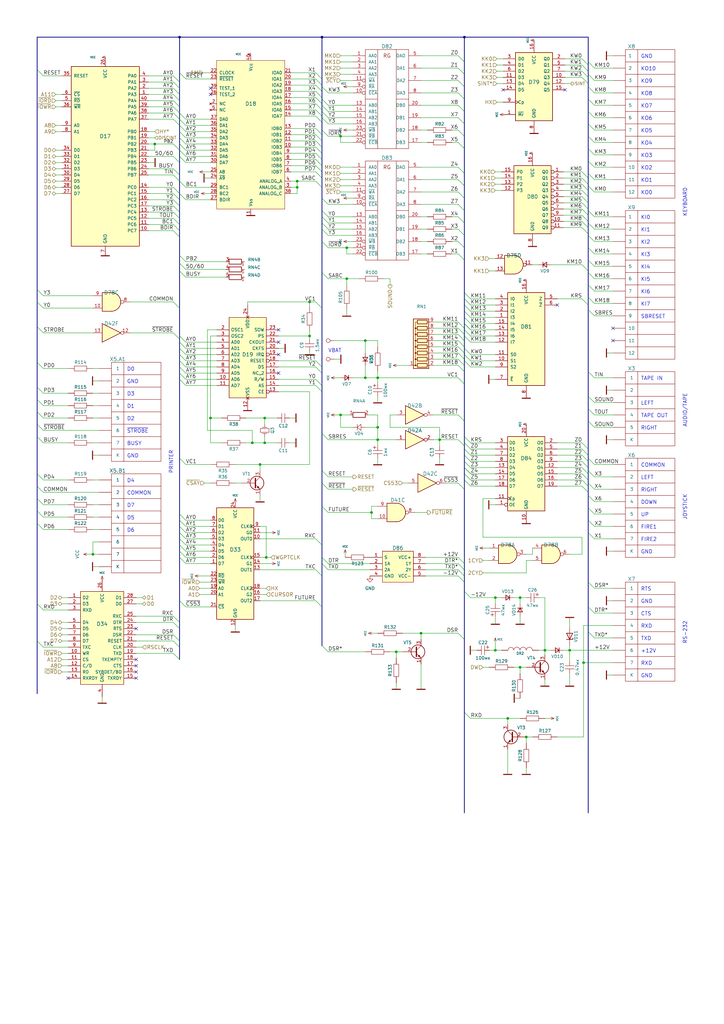
<source format=kicad_sch>
(kicad_sch (version 20211123) (generator eeschema)
  (paper "A3" portrait)
  (title_block (title "Periphery") (date "1994-01-04") (company "Patisonic") (comment 1 "Restored by Alexander Molodtsov") (comment 2 "Western version by Alessio Iodice") (comment 3 "Aleste 520EX"))
  (lib_symbols
    (symbol "74xx:74LS00" (pin_names (offset 1.016))
      (property "Reference" "U" (at 0 1.27 0))
      (property "Value" "74LS00" (at 0 -1.27 0))
      (symbol "74LS00_1_1"
        (pin input line (at -7.62 2.54 0) (length 3.81) (name "~") (number "1"))
        (pin input line (at -7.62 -2.54 0) (length 3.81) (name "~") (number "2"))
        (pin output inverted (at 7.62 0 180) (length 3.81) (name "~") (number "3"))
      )
      (symbol "74LS00_1_2"
        (pin input inverted (at -7.62 2.54 0) (length 4.318) (name "~") (number "1"))
        (pin input inverted (at -7.62 -2.54 0) (length 4.318) (name "~") (number "2"))
        (pin output line (at 7.62 0 180) (length 3.81) (name "~") (number "3"))
      )
      (symbol "74LS00_2_1"
        (pin input line (at -7.62 2.54 0) (length 3.81) (name "~") (number "4"))
        (pin input line (at -7.62 -2.54 0) (length 3.81) (name "~") (number "5"))
        (pin output inverted (at 7.62 0 180) (length 3.81) (name "~") (number "6"))
      )
      (symbol "74LS00_2_2"
        (pin input inverted (at -7.62 2.54 0) (length 4.318) (name "~") (number "4"))
        (pin input inverted (at -7.62 -2.54 0) (length 4.318) (name "~") (number "5"))
        (pin output line (at 7.62 0 180) (length 3.81) (name "~") (number "6"))
      )
      (symbol "74LS00_3_1"
        (pin input line (at -7.62 -2.54 0) (length 3.81) (name "~") (number "10"))
        (pin output inverted (at 7.62 0 180) (length 3.81) (name "~") (number "8"))
        (pin input line (at -7.62 2.54 0) (length 3.81) (name "~") (number "9"))
      )
      (symbol "74LS00_3_2"
        (pin input inverted (at -7.62 -2.54 0) (length 4.318) (name "~") (number "10"))
        (pin output line (at 7.62 0 180) (length 3.81) (name "~") (number "8"))
        (pin input inverted (at -7.62 2.54 0) (length 4.318) (name "~") (number "9"))
      )
      (symbol "74LS00_4_1"
        (pin output inverted (at 7.62 0 180) (length 3.81) (name "~") (number "11"))
        (pin input line (at -7.62 2.54 0) (length 3.81) (name "~") (number "12"))
        (pin input line (at -7.62 -2.54 0) (length 3.81) (name "~") (number "13"))
      )
      (symbol "74LS00_4_2"
        (pin output line (at 7.62 0 180) (length 3.81) (name "~") (number "11"))
        (pin input inverted (at -7.62 2.54 0) (length 4.318) (name "~") (number "12"))
        (pin input inverted (at -7.62 -2.54 0) (length 4.318) (name "~") (number "13"))
      )
      (symbol "74LS00_5_0"
        (pin power_in line (at 0 12.7 270) (length 5.08) (name "VCC") (number "14"))
        (pin power_in line (at 0 -12.7 90) (length 5.08) (name "GND") (number "7"))
      )
    )
    (symbol "74xx:74LS04"
      (property "Reference" "U" (at 0 1.27 0))
      (property "Value" "74LS04" (at 0 -1.27 0))
      (symbol "74LS04_1_0"
        (pin input line (at -7.62 0 0) (length 3.81) (name "~") (number "1"))
        (pin output inverted (at 7.62 0 180) (length 3.81) (name "~") (number "2"))
      )
      (symbol "74LS04_2_0"
        (pin input line (at -7.62 0 0) (length 3.81) (name "~") (number "3"))
        (pin output inverted (at 7.62 0 180) (length 3.81) (name "~") (number "4"))
      )
      (symbol "74LS04_3_0"
        (pin input line (at -7.62 0 0) (length 3.81) (name "~") (number "5"))
        (pin output inverted (at 7.62 0 180) (length 3.81) (name "~") (number "6"))
      )
      (symbol "74LS04_4_0"
        (pin output inverted (at 7.62 0 180) (length 3.81) (name "~") (number "8"))
        (pin input line (at -7.62 0 0) (length 3.81) (name "~") (number "9"))
      )
      (symbol "74LS04_5_0"
        (pin output inverted (at 7.62 0 180) (length 3.81) (name "~") (number "10"))
        (pin input line (at -7.62 0 0) (length 3.81) (name "~") (number "11"))
      )
      (symbol "74LS04_6_0"
        (pin output inverted (at 7.62 0 180) (length 3.81) (name "~") (number "12"))
        (pin input line (at -7.62 0 0) (length 3.81) (name "~") (number "13"))
      )
      (symbol "74LS04_7_0"
        (pin power_in line (at 0 12.7 270) (length 5.08) (name "VCC") (number "14"))
        (pin power_in line (at 0 -12.7 90) (length 5.08) (name "GND") (number "7"))
      )
    )
    (symbol "74xx:74LS145" (pin_names (offset 1.016))
      (property "Reference" "U" (at -7.62 13.97 0))
      (property "Value" "74LS145" (at -7.62 -16.51 0))
      (symbol "74LS145_1_0"
        (pin open_collector inverted (at 12.7 10.16 180) (length 5.08) (name "Q0") (number "1"))
        (pin open_collector inverted (at 12.7 -10.16 180) (length 5.08) (name "Q8") (number "10"))
        (pin open_collector inverted (at 12.7 -12.7 180) (length 5.08) (name "Q9") (number "11"))
        (pin input line (at -12.7 2.54 0) (length 5.08) (name "P3") (number "12"))
        (pin input line (at -12.7 5.08 0) (length 5.08) (name "P2") (number "13"))
        (pin input line (at -12.7 7.62 0) (length 5.08) (name "P1") (number "14"))
        (pin input line (at -12.7 10.16 0) (length 5.08) (name "P0") (number "15"))
        (pin power_in line (at 0 17.78 270) (length 5.08) (name "VCC") (number "16"))
        (pin open_collector inverted (at 12.7 7.62 180) (length 5.08) (name "Q1") (number "2"))
        (pin open_collector inverted (at 12.7 5.08 180) (length 5.08) (name "Q2") (number "3"))
        (pin open_collector inverted (at 12.7 2.54 180) (length 5.08) (name "Q3") (number "4"))
        (pin open_collector inverted (at 12.7 0 180) (length 5.08) (name "Q4") (number "5"))
        (pin open_collector inverted (at 12.7 -2.54 180) (length 5.08) (name "Q5") (number "6"))
        (pin open_collector inverted (at 12.7 -5.08 180) (length 5.08) (name "Q6") (number "7"))
        (pin power_in line (at 0 -20.32 90) (length 5.08) (name "GND") (number "8"))
        (pin open_collector inverted (at 12.7 -7.62 180) (length 5.08) (name "Q7") (number "9"))
      )
    )
    (symbol "74xx:74LS151" (pin_names (offset 1.016))
      (property "Reference" "U" (at -7.62 19.05 0))
      (property "Value" "74LS151" (at -7.62 -21.59 0))
      (symbol "74LS151_1_0"
        (pin input line (at -12.7 7.62 0) (length 5.08) (name "I3") (number "1"))
        (pin input line (at -12.7 -10.16 0) (length 5.08) (name "S1") (number "10"))
        (pin input line (at -12.7 -7.62 0) (length 5.08) (name "S0") (number "11"))
        (pin input line (at -12.7 -2.54 0) (length 5.08) (name "I7") (number "12"))
        (pin input line (at -12.7 0 0) (length 5.08) (name "I6") (number "13"))
        (pin input line (at -12.7 2.54 0) (length 5.08) (name "I5") (number "14"))
        (pin input line (at -12.7 5.08 0) (length 5.08) (name "I4") (number "15"))
        (pin power_in line (at 0 22.86 270) (length 5.08) (name "VCC") (number "16"))
        (pin input line (at -12.7 10.16 0) (length 5.08) (name "I2") (number "2"))
        (pin input line (at -12.7 12.7 0) (length 5.08) (name "I1") (number "3"))
        (pin input line (at -12.7 15.24 0) (length 5.08) (name "I0") (number "4"))
        (pin output line (at 12.7 15.24 180) (length 5.08) (name "Z") (number "5"))
        (pin output line (at 12.7 12.7 180) (length 5.08) (name "~{Z}") (number "6"))
        (pin input line (at -12.7 -17.78 0) (length 5.08) (name "~{E}") (number "7"))
        (pin power_in line (at 0 -25.4 90) (length 5.08) (name "GND") (number "8"))
        (pin input line (at -12.7 -12.7 0) (length 5.08) (name "S2") (number "9"))
      )
    )
    (symbol "74xx:74LS174" (pin_names (offset 1.016))
      (property "Reference" "U" (at -7.62 13.97 0))
      (property "Value" "74LS174" (at -7.62 -16.51 0))
      (symbol "74LS174_1_0"
        (pin input line (at -12.7 -12.7 0) (length 5.08) (name "~{Mr}") (number "1"))
        (pin output line (at 12.7 2.54 180) (length 5.08) (name "Q3") (number "10"))
        (pin input line (at -12.7 2.54 0) (length 5.08) (name "D3") (number "11"))
        (pin output line (at 12.7 0 180) (length 5.08) (name "Q4") (number "12"))
        (pin input line (at -12.7 0 0) (length 5.08) (name "D4") (number "13"))
        (pin input line (at -12.7 -2.54 0) (length 5.08) (name "D5") (number "14"))
        (pin output line (at 12.7 -2.54 180) (length 5.08) (name "Q5") (number "15"))
        (pin power_in line (at 0 17.78 270) (length 5.08) (name "VCC") (number "16"))
        (pin output line (at 12.7 10.16 180) (length 5.08) (name "Q0") (number "2"))
        (pin input line (at -12.7 10.16 0) (length 5.08) (name "D0") (number "3"))
        (pin input line (at -12.7 7.62 0) (length 5.08) (name "D1") (number "4"))
        (pin output line (at 12.7 7.62 180) (length 5.08) (name "Q1") (number "5"))
        (pin input line (at -12.7 5.08 0) (length 5.08) (name "D2") (number "6"))
        (pin output line (at 12.7 5.08 180) (length 5.08) (name "Q2") (number "7"))
        (pin power_in line (at 0 -20.32 90) (length 5.08) (name "GND") (number "8"))
        (pin input clock (at -12.7 -7.62 0) (length 5.08) (name "Cp") (number "9"))
      )
    )
    (symbol "74xx:74LS374"
      (property "Reference" "U" (at -7.62 16.51 0))
      (property "Value" "74LS374" (at -7.62 -16.51 0))
      (symbol "74LS374_1_0"
        (pin input inverted (at -12.7 -12.7 0) (length 5.08) (name "OE") (number "1"))
        (pin power_in line (at 0 -20.32 90) (length 5.08) (name "GND") (number "10"))
        (pin input clock (at -12.7 -10.16 0) (length 5.08) (name "Cp") (number "11"))
        (pin tri_state line (at 12.7 2.54 180) (length 5.08) (name "O4") (number "12"))
        (pin input line (at -12.7 2.54 0) (length 5.08) (name "D4") (number "13"))
        (pin input line (at -12.7 0 0) (length 5.08) (name "D5") (number "14"))
        (pin tri_state line (at 12.7 0 180) (length 5.08) (name "O5") (number "15"))
        (pin tri_state line (at 12.7 -2.54 180) (length 5.08) (name "O6") (number "16"))
        (pin input line (at -12.7 -2.54 0) (length 5.08) (name "D6") (number "17"))
        (pin input line (at -12.7 -5.08 0) (length 5.08) (name "D7") (number "18"))
        (pin tri_state line (at 12.7 -5.08 180) (length 5.08) (name "O7") (number "19"))
        (pin tri_state line (at 12.7 12.7 180) (length 5.08) (name "O0") (number "2"))
        (pin power_in line (at 0 20.32 270) (length 5.08) (name "VCC") (number "20"))
        (pin input line (at -12.7 12.7 0) (length 5.08) (name "D0") (number "3"))
        (pin input line (at -12.7 10.16 0) (length 5.08) (name "D1") (number "4"))
        (pin tri_state line (at 12.7 10.16 180) (length 5.08) (name "O1") (number "5"))
        (pin tri_state line (at 12.7 7.62 180) (length 5.08) (name "O2") (number "6"))
        (pin input line (at -12.7 7.62 0) (length 5.08) (name "D2") (number "7"))
        (pin input line (at -12.7 5.08 0) (length 5.08) (name "D3") (number "8"))
        (pin tri_state line (at 12.7 5.08 180) (length 5.08) (name "O3") (number "9"))
      )
    )
    (symbol "8251A:8251A" (pin_names (offset 0.762))
      (property "Reference" "IC" (at 12.7 -5.08 0))
      (property "Value" "8251A" (at 11.43 -7.62 0))
      (symbol "8251A_0_0"
        (pin bidirectional line (at 0 0 0) (length 5.08) (name "D2") (number "1"))
        (pin input line (at 0 -22.86 0) (length 5.08) (name "WR") (number "10"))
        (pin input line (at 0 -25.4 0) (length 5.08) (name "CS") (number "11"))
        (pin input line (at 0 -27.94 0) (length 5.08) (name "C/D") (number "12"))
        (pin input line (at 0 -30.48 0) (length 5.08) (name "RD") (number "13"))
        (pin output line (at 0 -33.02 0) (length 5.08) (name "RXRDY") (number "14"))
        (pin output line (at 27.94 -33.02 180) (length 5.08) (name "TXRDY") (number "15"))
        (pin bidirectional line (at 27.94 -30.48 180) (length 5.08) (name "SYBDET/BD") (number "16"))
        (pin input line (at 27.94 -27.94 180) (length 5.08) (name "CTS") (number "17"))
        (pin passive line (at 27.94 -25.4 180) (length 5.08) (name "TXEMPTY") (number "18"))
        (pin output line (at 27.94 -22.86 180) (length 5.08) (name "TXD") (number "19"))
        (pin bidirectional line (at 0 -2.54 0) (length 5.08) (name "D3") (number "2"))
        (pin input line (at 27.94 -20.32 180) (length 5.08) (name "CLK") (number "20"))
        (pin input line (at 27.94 -17.78 180) (length 5.08) (name "RESET") (number "21"))
        (pin input line (at 27.94 -15.24 180) (length 5.08) (name "DSR") (number "22"))
        (pin output line (at 27.94 -12.7 180) (length 5.08) (name "RTS") (number "23"))
        (pin output line (at 27.94 -10.16 180) (length 5.08) (name "DTR") (number "24"))
        (pin input line (at 27.94 -7.62 180) (length 5.08) (name "RXC") (number "25"))
        (pin power_in line (at 13.97 7.62 270) (length 5.08) (name "VCC") (number "26"))
        (pin bidirectional line (at 27.94 -2.54 180) (length 5.08) (name "D0") (number "27"))
        (pin bidirectional line (at 27.94 0 180) (length 5.08) (name "D1") (number "28"))
        (pin input line (at 0 -5.08 0) (length 5.08) (name "RXD") (number "3"))
        (pin power_in line (at 13.97 -40.64 90) (length 5.08) (name "GND") (number "4"))
        (pin bidirectional line (at 0 -10.16 0) (length 5.08) (name "D4") (number "5"))
        (pin bidirectional line (at 0 -12.7 0) (length 5.08) (name "D5") (number "6"))
        (pin bidirectional line (at 0 -15.24 0) (length 5.08) (name "D6") (number "7"))
        (pin bidirectional line (at 0 -17.78 0) (length 5.08) (name "D7") (number "8"))
        (pin input line (at 0 -20.32 0) (length 5.08) (name "TXC") (number "9"))
      )
    )
    (symbol "Common_Alessio:AY-3-8910" (pin_names (offset 1.016))
      (property "Reference" "IC18" (at -2.54 5.08 0))
      (property "Value" "AY-3-8910" (at -5.715 2.54 0))
      (symbol "AY-3-8910_0_0"
        (pin power_in line (at 0 -33.02 90) (length 2.54) (name "Vss") (number "1"))
        (pin bidirectional line (at 16.51 -5.08 180) (length 2.54) (name "IOB3") (number "10"))
        (pin bidirectional line (at 16.51 -2.54 180) (length 2.54) (name "IOB2") (number "11"))
        (pin bidirectional line (at 16.51 0 180) (length 2.54) (name "IOB1") (number "12"))
        (pin bidirectional line (at 16.51 2.54 180) (length 2.54) (name "IOB0") (number "13"))
        (pin bidirectional line (at 16.51 7.62 180) (length 2.54) (name "IOA7") (number "14"))
        (pin bidirectional line (at 16.51 10.16 180) (length 2.54) (name "IOA6") (number "15"))
        (pin bidirectional line (at 16.51 12.7 180) (length 2.54) (name "IOA5") (number "16"))
        (pin bidirectional line (at 16.51 15.24 180) (length 2.54) (name "IOA4") (number "17"))
        (pin bidirectional line (at 16.51 17.78 180) (length 2.54) (name "IOA3") (number "18"))
        (pin bidirectional line (at 16.51 20.32 180) (length 2.54) (name "IOA2") (number "19"))
        (pin no_connect line (at -16.51 12.7 0) (length 2.54) (name "NC") (number "2"))
        (pin bidirectional line (at 16.51 22.86 180) (length 2.54) (name "IOA1") (number "20"))
        (pin bidirectional line (at 16.51 25.4 180) (length 2.54) (name "IOA0") (number "21"))
        (pin input line (at -16.51 25.4 0) (length 2.54) (name "CLOCK") (number "22"))
        (pin input line (at -16.51 22.86 0) (length 2.54) (name "~{RESET}") (number "23"))
        (pin input line (at -16.51 -17.78 0) (length 2.54) (name "~{A9}") (number "24"))
        (pin input line (at -16.51 -15.24 0) (length 2.54) (name "A8") (number "25"))
        (pin input line (at -16.51 16.51 0) (length 2.54) (name "TEST_2") (number "26"))
        (pin input line (at -16.51 -26.67 0) (length 2.54) (name "BDIR") (number "27"))
        (pin input line (at -16.51 -24.13 0) (length 2.54) (name "BC2") (number "28"))
        (pin input line (at -16.51 -21.59 0) (length 2.54) (name "BC1") (number "29"))
        (pin open_emitter line (at 16.51 -21.59 180) (length 2.54) (name "ANALOG_B") (number "3"))
        (pin bidirectional line (at -16.51 -11.43 0) (length 2.54) (name "DA7") (number "30"))
        (pin bidirectional line (at -16.51 -8.89 0) (length 2.54) (name "DA6") (number "31"))
        (pin bidirectional line (at -16.51 -6.35 0) (length 2.54) (name "DA5") (number "32"))
        (pin bidirectional line (at -16.51 -3.81 0) (length 2.54) (name "DA4") (number "33"))
        (pin bidirectional line (at -16.51 -1.27 0) (length 2.54) (name "DA3") (number "34"))
        (pin bidirectional line (at -16.51 1.27 0) (length 2.54) (name "DA2") (number "35"))
        (pin bidirectional line (at -16.51 3.81 0) (length 2.54) (name "DA1") (number "36"))
        (pin bidirectional line (at -16.51 6.35 0) (length 2.54) (name "DA0") (number "37"))
        (pin open_emitter line (at 16.51 -24.13 180) (length 2.54) (name "ANALOG_C") (number "38"))
        (pin input line (at -16.51 19.05 0) (length 2.54) (name "TEST_1") (number "39"))
        (pin open_emitter line (at 16.51 -19.05 180) (length 2.54) (name "ANALOG_A") (number "4"))
        (pin power_in line (at 0 33.02 270) (length 2.54) (name "Vcc") (number "40"))
        (pin no_connect line (at -16.51 10.16 0) (length 2.54) (name "NC") (number "5"))
        (pin bidirectional line (at 16.51 -15.24 180) (length 2.54) (name "IOB7") (number "6"))
        (pin bidirectional line (at 16.51 -12.7 180) (length 2.54) (name "IOB6") (number "7"))
        (pin bidirectional line (at 16.51 -10.16 180) (length 2.54) (name "IOB5") (number "8"))
        (pin bidirectional line (at 16.51 -7.62 180) (length 2.54) (name "IOB4") (number "9"))
      )
    )
    (symbol "Device:D_Small" (pin_numbers hide) (pin_names (offset 0.254) hide)
      (property "Reference" "D" (at -1.27 2.032 0))
      (property "Value" "D_Small" (at -3.81 -2.032 0))
      (symbol "D_Small_1_1"
        (pin passive line (at -2.54 0 0) (length 1.778) (name "K") (number "1"))
        (pin passive line (at 2.54 0 180) (length 1.778) (name "A") (number "2"))
      )
    )
    (symbol "Device:D_Zener" (pin_numbers hide) (pin_names (offset 1.016) hide)
      (property "Reference" "D" (at 0 2.54 0))
      (property "Value" "D_Zener" (at 0 -2.54 0))
      (symbol "D_Zener_1_1"
        (pin passive line (at -3.81 0 0) (length 2.54) (name "K") (number "1"))
        (pin passive line (at 3.81 0 180) (length 2.54) (name "A") (number "2"))
      )
    )
    (symbol "Device:R_Network04_Split" (pin_names (offset 0) hide)
      (property "Reference" "RN" (at 2.032 0 90))
      (property "Value" "R_Network04_Split" (at 0 0 90))
      (symbol "R_Network04_Split_1_1"
        (pin passive line (at 0 3.81 270) (length 1.27) (name "R1.1") (number "1"))
        (pin passive line (at 0 -3.81 90) (length 1.27) (name "R1.2") (number "2"))
      )
      (symbol "R_Network04_Split_2_1"
        (text "1" (at 0.889 3.175 900) (effects (font (size 1.27 1.27))))
        (pin passive line (at 0 -3.81 90) (length 1.27) (name "R2.2") (number "3"))
      )
      (symbol "R_Network04_Split_3_1"
        (text "1" (at 0.889 3.175 900) (effects (font (size 1.27 1.27))))
        (pin passive line (at 0 -3.81 90) (length 1.27) (name "R3.2") (number "4"))
      )
      (symbol "R_Network04_Split_4_1"
        (text "1" (at 0.889 3.175 900) (effects (font (size 1.27 1.27))))
        (pin passive line (at 0 -3.81 90) (length 1.27) (name "R4.2") (number "5"))
      )
    )
    (symbol "Device:R_Network08" (pin_names (offset 0) hide)
      (property "Reference" "RN" (at -12.7 0 90))
      (property "Value" "R_Network08" (at 10.16 0 90))
      (symbol "R_Network08_1_1"
        (pin passive line (at -10.16 5.08 270) (length 2.54) (name "common") (number "1"))
        (pin passive line (at -10.16 -5.08 90) (length 1.27) (name "R1") (number "2"))
        (pin passive line (at -7.62 -5.08 90) (length 1.27) (name "R2") (number "3"))
        (pin passive line (at -5.08 -5.08 90) (length 1.27) (name "R3") (number "4"))
        (pin passive line (at -2.54 -5.08 90) (length 1.27) (name "R4") (number "5"))
        (pin passive line (at 0 -5.08 90) (length 1.27) (name "R5") (number "6"))
        (pin passive line (at 2.54 -5.08 90) (length 1.27) (name "R6") (number "7"))
        (pin passive line (at 5.08 -5.08 90) (length 1.27) (name "R7") (number "8"))
        (pin passive line (at 7.62 -5.08 90) (length 1.27) (name "R8") (number "9"))
      )
    )
    (symbol "Interface:8255" (pin_names (offset 1.016))
      (property "Reference" "U" (at -13.97 38.1 0))
      (property "Value" "8255" (at 8.89 38.1 0))
      (symbol "8255_1_1"
        (pin bidirectional line (at 17.78 25.4 180) (length 3.81) (name "PA3") (number "1"))
        (pin bidirectional line (at 17.78 -30.48 180) (length 3.81) (name "PC7") (number "10"))
        (pin bidirectional line (at 17.78 -27.94 180) (length 3.81) (name "PC6") (number "11"))
        (pin bidirectional line (at 17.78 -25.4 180) (length 3.81) (name "PC5") (number "12"))
        (pin bidirectional line (at 17.78 -22.86 180) (length 3.81) (name "PC4") (number "13"))
        (pin bidirectional line (at 17.78 -12.7 180) (length 3.81) (name "PC0") (number "14"))
        (pin bidirectional line (at 17.78 -15.24 180) (length 3.81) (name "PC1") (number "15"))
        (pin bidirectional line (at 17.78 -17.78 180) (length 3.81) (name "PC2") (number "16"))
        (pin bidirectional line (at 17.78 -20.32 180) (length 3.81) (name "PC3") (number "17"))
        (pin bidirectional line (at 17.78 10.16 180) (length 3.81) (name "PB0") (number "18"))
        (pin bidirectional line (at 17.78 7.62 180) (length 3.81) (name "PB1") (number "19"))
        (pin bidirectional line (at 17.78 27.94 180) (length 3.81) (name "PA2") (number "2"))
        (pin bidirectional line (at 17.78 5.08 180) (length 3.81) (name "PB2") (number "20"))
        (pin bidirectional line (at 17.78 2.54 180) (length 3.81) (name "PB3") (number "21"))
        (pin bidirectional line (at 17.78 0 180) (length 3.81) (name "PB4") (number "22"))
        (pin bidirectional line (at 17.78 -2.54 180) (length 3.81) (name "PB5") (number "23"))
        (pin bidirectional line (at 17.78 -5.08 180) (length 3.81) (name "PB6") (number "24"))
        (pin bidirectional line (at 17.78 -7.62 180) (length 3.81) (name "PB7") (number "25"))
        (pin power_in line (at 0 40.64 270) (length 3.81) (name "VCC") (number "26"))
        (pin bidirectional line (at -17.78 -15.24 0) (length 3.81) (name "D7") (number "27"))
        (pin bidirectional line (at -17.78 -12.7 0) (length 3.81) (name "D6") (number "28"))
        (pin bidirectional line (at -17.78 -10.16 0) (length 3.81) (name "D5") (number "29"))
        (pin bidirectional line (at 17.78 30.48 180) (length 3.81) (name "PA1") (number "3"))
        (pin bidirectional line (at -17.78 -7.62 0) (length 3.81) (name "D4") (number "30"))
        (pin bidirectional line (at -17.78 -5.08 0) (length 3.81) (name "D3") (number "31"))
        (pin bidirectional line (at -17.78 -2.54 0) (length 3.81) (name "D2") (number "32"))
        (pin bidirectional line (at -17.78 0 0) (length 3.81) (name "D1") (number "33"))
        (pin bidirectional line (at -17.78 2.54 0) (length 3.81) (name "D0") (number "34"))
        (pin input line (at -17.78 33.02 0) (length 3.81) (name "RESET") (number "35"))
        (pin input line (at -17.78 20.32 0) (length 3.81) (name "~{WR}") (number "36"))
        (pin bidirectional line (at 17.78 15.24 180) (length 3.81) (name "PA7") (number "37"))
        (pin bidirectional line (at 17.78 17.78 180) (length 3.81) (name "PA6") (number "38"))
        (pin bidirectional line (at 17.78 20.32 180) (length 3.81) (name "PA5") (number "39"))
        (pin bidirectional line (at 17.78 33.02 180) (length 3.81) (name "PA0") (number "4"))
        (pin bidirectional line (at 17.78 22.86 180) (length 3.81) (name "PA4") (number "40"))
        (pin input line (at -17.78 22.86 0) (length 3.81) (name "~{RD}") (number "5"))
        (pin input line (at -17.78 25.4 0) (length 3.81) (name "~{CS}") (number "6"))
        (pin power_in line (at 0 -40.64 90) (length 3.81) (name "GND") (number "7"))
        (pin input line (at -17.78 10.16 0) (length 3.81) (name "A1") (number "8"))
        (pin input line (at -17.78 12.7 0) (length 3.81) (name "A0") (number "9"))
      )
    )
    (symbol "MC146818p:MC146818P" (pin_names (offset 0.762))
      (property "Reference" "IC19" (at 5.715 4.445 0))
      (property "Value" "MC146818P" (at 14.605 4.445 0))
      (symbol "MC146818P_0_0"
        (pin bidirectional line (at 0 -22.86 0) (length 5.08) (name "AD6") (number "10"))
        (pin bidirectional line (at 0 -25.4 0) (length 5.08) (name "AD7") (number "11"))
        (pin power_in non_logic (at 12.7 -35.56 90) (length 5.08) (name "VSS") (number "12"))
        (pin input inverted (at 25.4 -27.94 180) (length 5.08) (name "CE") (number "13"))
        (pin input line (at 25.4 -25.4 180) (length 5.08) (name "AS") (number "14"))
        (pin input line (at 25.4 -22.86 180) (length 5.08) (name "R/W") (number "15"))
        (pin passive line (at 25.4 -20.32 180) (length 5.08) (name "NC_2") (number "16"))
        (pin input line (at 25.4 -17.78 180) (length 5.08) (name "DS") (number "17"))
        (pin input inverted (at 25.4 -15.24 180) (length 5.08) (name "RESET") (number "18"))
        (pin output inverted (at 25.4 -12.7 180) (length 5.08) (name "IRQ") (number "19"))
        (pin input line (at 0 -2.54 0) (length 5.08) (name "OSC1") (number "2"))
        (pin input line (at 25.4 -10.16 180) (length 5.08) (name "CKFS") (number "20"))
        (pin output line (at 25.4 -7.62 180) (length 5.08) (name "CKOUT") (number "21"))
        (pin input line (at 25.4 -5.08 180) (length 5.08) (name "PS") (number "22"))
        (pin output line (at 25.4 -2.54 180) (length 5.08) (name "SOW") (number "23"))
        (pin power_in non_logic (at 12.7 7.62 270) (length 5.08) (name "VDD") (number "24"))
        (pin output line (at 0 -5.08 0) (length 5.08) (name "OSC2") (number "3"))
        (pin bidirectional line (at 0 -7.62 0) (length 5.08) (name "AD0") (number "4"))
        (pin bidirectional line (at 0 -10.16 0) (length 5.08) (name "AD1") (number "5"))
        (pin bidirectional line (at 0 -12.7 0) (length 5.08) (name "AD2") (number "6"))
        (pin bidirectional line (at 0 -15.24 0) (length 5.08) (name "AD3") (number "7"))
        (pin bidirectional line (at 0 -17.78 0) (length 5.08) (name "AD4") (number "8"))
        (pin bidirectional line (at 0 -20.32 0) (length 5.08) (name "AD5") (number "9"))
      )
    )
    (symbol "SN75150P:SN75150P" (pin_names (offset 0.762))
      (property "Reference" "IC" (at 24.13 7.62 0))
      (property "Value" "SN75150P" (at 24.13 5.08 0))
      (symbol "SN75150P_0_0"
        (pin passive line (at 0 0 0) (length 5.08) (name "S") (number "1"))
        (pin passive line (at 0 -2.54 0) (length 5.08) (name "1A") (number "2"))
        (pin passive line (at 0 -5.08 0) (length 5.08) (name "2A") (number "3"))
        (pin passive line (at 0 -7.62 0) (length 5.08) (name "GND") (number "4"))
        (pin passive line (at 22.86 -7.62 180) (length 5.08) (name "VCC-") (number "5"))
        (pin passive line (at 22.86 -5.08 180) (length 5.08) (name "2Y") (number "6"))
        (pin passive line (at 22.86 -2.54 180) (length 5.08) (name "1Y") (number "7"))
        (pin passive line (at 22.86 0 180) (length 5.08) (name "VCC+") (number "8"))
      )
    )
    (symbol "Timer:8253"
      (property "Reference" "U" (at -5.08 24.13 0))
      (property "Value" "8253" (at 2.54 24.13 0))
      (symbol "8253_1_1"
        (pin bidirectional line (at -10.16 0 0) (length 2.54) (name "D7") (number "1"))
        (pin output line (at 10.16 10.16 180) (length 2.54) (name "OUT0") (number "10"))
        (pin input line (at 10.16 12.7 180) (length 2.54) (name "G0") (number "11"))
        (pin power_in line (at 0 -25.4 90) (length 2.54) (name "GND") (number "12"))
        (pin output line (at 10.16 -2.54 180) (length 2.54) (name "OUT1") (number "13"))
        (pin input line (at 10.16 0 180) (length 2.54) (name "G1") (number "14"))
        (pin input clock (at 10.16 2.54 180) (length 2.54) (name "CLK1") (number "15"))
        (pin input line (at 10.16 -12.7 180) (length 2.54) (name "G2") (number "16"))
        (pin output line (at 10.16 -15.24 180) (length 2.54) (name "OUT2") (number "17"))
        (pin input clock (at 10.16 -10.16 180) (length 2.54) (name "CLK2") (number "18"))
        (pin input line (at -10.16 -10.16 0) (length 2.54) (name "A0") (number "19"))
        (pin bidirectional line (at -10.16 2.54 0) (length 2.54) (name "D6") (number "2"))
        (pin input line (at -10.16 -12.7 0) (length 2.54) (name "A1") (number "20"))
        (pin input line (at -10.16 -17.78 0) (length 2.54) (name "~{CS}") (number "21"))
        (pin input line (at -10.16 -5.08 0) (length 2.54) (name "~{RD}") (number "22"))
        (pin input line (at -10.16 -7.62 0) (length 2.54) (name "~{WR}") (number "23"))
        (pin power_in line (at 0 25.4 270) (length 2.54) (name "VCC") (number "24"))
        (pin bidirectional line (at -10.16 5.08 0) (length 2.54) (name "D5") (number "3"))
        (pin bidirectional line (at -10.16 7.62 0) (length 2.54) (name "D4") (number "4"))
        (pin bidirectional line (at -10.16 10.16 0) (length 2.54) (name "D3") (number "5"))
        (pin bidirectional line (at -10.16 12.7 0) (length 2.54) (name "D2") (number "6"))
        (pin bidirectional line (at -10.16 15.24 0) (length 2.54) (name "D1") (number "7"))
        (pin bidirectional line (at -10.16 17.78 0) (length 2.54) (name "D0") (number "8"))
        (pin input clock (at 10.16 15.24 180) (length 2.54) (name "CLK0") (number "9"))
      )
    )
    (symbol "Transistor_BJT:2N3904" (pin_names (offset 0) hide)
      (property "Reference" "Q" (at 5.08 1.905 0))
      (property "Value" "2N3904" (at 5.08 0 0))
      (symbol "2N3904_1_1"
        (pin passive line (at 2.54 -5.08 90) (length 2.54) (name "E") (number "1"))
        (pin passive line (at -5.08 0 0) (length 5.715) (name "B") (number "2"))
        (pin passive line (at 2.54 5.08 270) (length 2.54) (name "C") (number "3"))
      )
    )
    (symbol "aleste-rescue:1802ИР1" (pin_names (offset 1.27))
      (property "Reference" "DD" (at 13.97 3.81 0))
      (property "Value" "1802ИР1" (at 13.97 -39.37 0))
      (symbol "1802ИР1_0_0"
        (text "RG" (at 13.97 0 0) (effects (font (size 1.524 1.524))))
        (pin power_in line (at 13.97 -38.1 270) (length 0) hide (name "GND") (number "12"))
        (pin power_in line (at 13.97 2.54 270) (length 0) hide (name "VCC") (number "24"))
      )
      (symbol "1802ИР1_1_0"
        (pin input line (at 0 0 0) (length 5.08) (name "AA0") (number "1"))
        (pin input line (at 0 -20.32 0) (length 5.08) (name "AB0") (number "13"))
        (pin input line (at 0 -22.86 0) (length 5.08) (name "AB1") (number "14"))
        (pin input line (at 0 -25.4 0) (length 5.08) (name "AB2") (number "15"))
        (pin input line (at 0 -27.94 0) (length 5.08) (name "AB3") (number "16"))
        (pin bidirectional line (at 27.94 -35.56 180) (length 5.08) (name "DB3") (number "17"))
        (pin bidirectional line (at 27.94 -30.48 180) (length 5.08) (name "DB2") (number "18"))
        (pin bidirectional line (at 27.94 -25.4 180) (length 5.08) (name "DB1") (number "19"))
        (pin input line (at 0 -2.54 0) (length 5.08) (name "AA1") (number "2"))
        (pin bidirectional line (at 27.94 -20.32 180) (length 5.08) (name "DB0") (number "20"))
        (pin input line (at 0 -5.08 0) (length 5.08) (name "AA2") (number "3"))
        (pin input line (at 0 -7.62 0) (length 5.08) (name "AA3") (number "4"))
        (pin bidirectional line (at 27.94 0 180) (length 5.08) (name "DAO") (number "5"))
        (pin bidirectional line (at 27.94 -5.08 180) (length 5.08) (name "DA1") (number "6"))
        (pin bidirectional line (at 27.94 -10.16 180) (length 5.08) (name "DA2") (number "7"))
        (pin bidirectional line (at 27.94 -15.24 180) (length 5.08) (name "DA3") (number "8"))
      )
      (symbol "1802ИР1_1_1"
        (pin input inverted (at 0 -15.24 0) (length 5.08) (name "~{ECA}") (number "10"))
        (pin input inverted (at 0 -10.16 0) (length 5.08) (name "~{WA}") (number "11"))
        (pin input inverted (at 0 -33.02 0) (length 5.08) (name "~{RB}") (number "21"))
        (pin input inverted (at 0 -35.56 0) (length 5.08) (name "~{ECB}") (number "22"))
        (pin input inverted (at 0 -30.48 0) (length 5.08) (name "~{WB}") (number "23"))
        (pin input inverted (at 0 -12.7 0) (length 5.08) (name "~{RA}") (number "9"))
      )
    )
    (symbol "aleste-rescue:CAP" (pin_numbers hide) (pin_names (offset 0.0254) hide)
      (property "Reference" "C" (at 0 3.175 0))
      (property "Value" "CAP" (at 0 -3.175 0))
      (symbol "CAP_1_0"
        (pin passive line (at -2.54 0 0) (length 1.905) (name "~") (number "1"))
        (pin passive line (at 2.54 0 180) (length 1.905) (name "~") (number "2"))
      )
    )
    (symbol "aleste-rescue:CAPP" (pin_numbers hide) (pin_names (offset 0.0254) hide)
      (property "Reference" "C" (at 0 3.175 0))
      (property "Value" "CAPP" (at 0 -3.175 0))
      (symbol "CAPP_1_0"
        (pin passive line (at -2.54 0 0) (length 1.905) (name "~") (number "1"))
        (pin passive line (at 2.54 0 180) (length 1.905) (name "~") (number "2"))
      )
    )
    (symbol "aleste-rescue:CONN-12" (pin_numbers hide) (pin_names (offset 1.27))
      (property "Reference" "X" (at 7.62 3.81 0))
      (symbol "CONN-12_1_0"
        (pin unspecified line (at 0 0 0) (length 5.08) (name "1") (number "1"))
        (pin unspecified line (at 0 -45.72 0) (length 5.08) (name "10") (number "10"))
        (pin unspecified line (at 0 -50.8 0) (length 5.08) (name "11") (number "11"))
        (pin unspecified line (at 0 -55.88 0) (length 5.08) (name "12") (number "12"))
        (pin unspecified line (at 0 -5.08 0) (length 5.08) (name "2") (number "2"))
        (pin unspecified line (at 0 -10.16 0) (length 5.08) (name "3") (number "3"))
        (pin unspecified line (at 0 -15.24 0) (length 5.08) (name "4") (number "4"))
        (pin unspecified line (at 0 -20.32 0) (length 5.08) (name "5") (number "5"))
        (pin unspecified line (at 0 -25.4 0) (length 5.08) (name "6") (number "6"))
        (pin unspecified line (at 0 -30.48 0) (length 5.08) (name "7") (number "7"))
        (pin unspecified line (at 0 -35.56 0) (length 5.08) (name "8") (number "8"))
        (pin unspecified line (at 0 -40.64 0) (length 5.08) (name "9") (number "9"))
      )
    )
    (symbol "aleste-rescue:CONN-5S" (pin_numbers hide) (pin_names (offset 1.905))
      (property "Reference" "X" (at 7.62 3.81 0))
      (symbol "CONN-5S_1_0"
        (pin unspecified line (at 0 0 0) (length 5.08) (name "1") (number "1"))
        (pin unspecified line (at 0 -5.08 0) (length 5.08) (name "2") (number "2"))
        (pin unspecified line (at 0 -10.16 0) (length 5.08) (name "3") (number "3"))
        (pin unspecified line (at 0 -15.24 0) (length 5.08) (name "4") (number "4"))
        (pin unspecified line (at 0 -20.32 0) (length 5.08) (name "5") (number "5"))
        (pin unspecified line (at 0 -25.4 0) (length 5.08) (name "К") (number "S"))
      )
    )
    (symbol "aleste-rescue:CONN-7S" (pin_numbers hide) (pin_names (offset 1.905))
      (property "Reference" "X" (at 7.62 3.81 0))
      (symbol "CONN-7S_1_0"
        (pin unspecified line (at 0 0 0) (length 5.08) (name "1") (number "1"))
        (pin unspecified line (at 0 -5.08 0) (length 5.08) (name "2") (number "2"))
        (pin unspecified line (at 0 -10.16 0) (length 5.08) (name "3") (number "3"))
        (pin unspecified line (at 0 -15.24 0) (length 5.08) (name "4") (number "4"))
        (pin unspecified line (at 0 -20.32 0) (length 5.08) (name "5") (number "5"))
        (pin unspecified line (at 0 -25.4 0) (length 5.08) (name "6") (number "6"))
        (pin unspecified line (at 0 -30.48 0) (length 5.08) (name "7") (number "7"))
        (pin unspecified line (at 0 -35.56 0) (length 5.08) (name "К") (number "S"))
      )
    )
    (symbol "aleste-rescue:DIODE_MY" (pin_numbers hide) (pin_names (offset 0.0254) hide)
      (property "Reference" "VD" (at 0 2.54 0))
      (property "Value" "DIODE_MY" (at 0 -2.54 0))
      (symbol "DIODE_MY_1_0"
        (pin passive line (at 2.54 0 180) (length 1.778) (name "~") (number "1"))
        (pin passive line (at -2.54 0 0) (length 1.778) (name "~") (number "2"))
      )
    )
    (symbol "aleste-rescue:GND" (power) (pin_names (offset 0))
      (symbol "GND_1_1"
        (pin power_in line (at 0 0 90) (length 0) hide (name "GND") (number "1"))
      )
    )
    (symbol "aleste-rescue:INDUCTOR" (pin_numbers hide) (pin_names (offset 1.016) hide)
      (property "Reference" "L" (at -1.27 0 90))
      (property "Value" "INDUCTOR" (at 2.54 0 90))
      (symbol "INDUCTOR_1_1"
        (pin passive line (at 0 7.62 270) (length 2.54) (name "1") (number "1"))
        (pin passive line (at 0 -7.62 90) (length 2.54) (name "2") (number "2"))
      )
    )
    (symbol "aleste-rescue:PIN" (pin_numbers hide) (pin_names (offset 0.762) hide)
      (symbol "PIN_1_1"
        (pin passive line (at -2.54 0 0) (length 1.7272) (name "1") (number "1"))
      )
    )
    (symbol "aleste-rescue:QUARTZ" (pin_numbers hide) (pin_names (offset 0.0254) hide)
      (property "Reference" "ZQ" (at 0 3.175 0))
      (property "Value" "QUARTZ" (at 0 -3.175 0))
      (symbol "QUARTZ_1_0"
        (pin passive line (at -2.54 0 0) (length 1.27) (name "~") (number "1"))
        (pin passive line (at 2.54 0 180) (length 1.27) (name "~") (number "2"))
      )
    )
    (symbol "aleste-rescue:RES" (pin_numbers hide) (pin_names (offset 0.0254) hide)
      (property "Reference" "R" (at 0 2.54 0))
      (property "Value" "RES" (at 0 -2.54 0))
      (symbol "RES_1_0"
        (pin passive line (at -5.08 0 0) (length 2.54) (name "~") (number "1"))
        (pin passive line (at 5.08 0 180) (length 2.54) (name "~") (number "2"))
      )
    )
    (symbol "aleste-rescue:VCC" (power) (pin_names (offset 0))
      (property "Value" "VCC" (at 0 1.905 0))
      (symbol "VCC_1_1"
        (pin power_in line (at 0 0 90) (length 0) hide (name "VCC") (number "1"))
      )
    )
    (symbol "power:GND" (power) (pin_names (offset 0))
      (property "Value" "GND" (at 0 -3.81 0))
      (symbol "GND_1_1"
        (pin power_in line (at 0 0 270) (length 0) hide (name "GND") (number "1"))
      )
    )
  )
  (junction (at 149.86 139.7))
  (junction (at 190.5 15.24))
  (junction (at 213.36 273.685))
  (junction (at 103.505 181.61))
  (junction (at 108.585 171.45))
  (junction (at 63.5 59.055))
  (junction (at 109.22 228.6))
  (junction (at 154.94 180.34))
  (junction (at 149.86 154.94))
  (junction (at 215.9 302.26))
  (junction (at 121.92 76.835))
  (junction (at 142.24 101.6))
  (junction (at 213.36 245.11))
  (junction (at 180.34 180.34))
  (junction (at 172.72 259.715))
  (junction (at 203.2 245.11))
  (junction (at 73.66 15.24))
  (junction (at 86.36 171.45))
  (junction (at 139.7 170.18))
  (junction (at 108.585 181.61))
  (junction (at 127 123.825))
  (junction (at 154.94 154.94))
  (junction (at 142.24 114.3))
  (junction (at 223.52 266.7))
  (junction (at 132.08 15.24))
  (junction (at 208.28 294.64))
  (junction (at 233.68 266.7))
  (junction (at 239.395 271.78))
  (junction (at 106.68 190.5))
  (junction (at 154.94 175.26))
  (junction (at 38.1 227.33))
  (junction (at 152.4 210.185))
  (junction (at 127 137.795))
  (junction (at 139.7 55.88))
  (junction (at 203.2 266.7))
  (junction (at 121.92 74.295))
  (junction (at 162.56 267.335))
  (no_connect (at 55.88 270.51))
  (no_connect (at 114.3 145.415))
  (no_connect (at 27.94 278.13))
  (no_connect (at 114.3 135.255))
  (no_connect (at 55.88 257.81))
  (no_connect (at 55.88 275.59))
  (no_connect (at 251.46 134.62))
  (no_connect (at 55.88 278.13))
  (no_connect (at 114.3 153.035))
  (no_connect (at 86.36 36.195))
  (no_connect (at 231.775 36.83))
  (no_connect (at 206.375 36.83))
  (no_connect (at 114.3 140.335))
  (no_connect (at 86.36 38.735))
  (no_connect (at 251.46 139.7))
  (no_connect (at 55.88 273.05))
  (no_connect (at 228.6 125.095))
  (bus_entry (at 241.3 30.48) (size 2.54 2.54))
  (bus_entry (at 238.76 196.85) (size 2.54 2.54))
  (bus_entry (at 241.3 66.04) (size 2.54 2.54))
  (bus_entry (at 17.78 265.43) (size -2.54 -2.54))
  (bus_entry (at 190.5 231.14) (size -2.54 -2.54))
  (bus_entry (at 241.3 248.92) (size 2.54 2.54))
  (bus_entry (at 129.54 67.945) (size 2.54 2.54))
  (bus_entry (at 73.66 213.36) (size 2.54 2.54))
  (bus_entry (at 187.96 53.34) (size 2.54 2.54))
  (bus_entry (at 71.12 76.835) (size 2.54 2.54))
  (bus_entry (at 73.66 140.335) (size 2.54 2.54))
  (bus_entry (at 15.24 168.91) (size 2.54 2.54))
  (bus_entry (at 190.5 139.7) (size -2.54 -2.54))
  (bus_entry (at 238.76 31.75) (size 2.54 2.54))
  (bus_entry (at 73.66 59.055) (size 2.54 2.54))
  (bus_entry (at 73.66 53.975) (size 2.54 2.54))
  (bus_entry (at 187.96 231.14) (size 2.54 2.54))
  (bus_entry (at 238.76 90.805) (size 2.54 2.54))
  (bus_entry (at 187.96 99.06) (size 2.54 2.54))
  (bus_entry (at 241.3 203.2) (size 2.54 2.54))
  (bus_entry (at 187.96 170.18) (size 2.54 2.54))
  (bus_entry (at 129.54 45.085) (size 2.54 2.54))
  (bus_entry (at 71.12 59.055) (size 2.54 2.54))
  (bus_entry (at 73.66 218.44) (size 2.54 2.54))
  (bus_entry (at 15.24 158.75) (size 2.54 2.54))
  (bus_entry (at 73.66 210.82) (size 2.54 2.54))
  (bus_entry (at 190.5 196.85) (size 2.54 2.54))
  (bus_entry (at 238.76 88.265) (size 2.54 2.54))
  (bus_entry (at 129.54 70.485) (size 2.54 2.54))
  (bus_entry (at 238.76 75.565) (size 2.54 2.54))
  (bus_entry (at 241.3 25.4) (size 2.54 2.54))
  (bus_entry (at 73.66 137.795) (size 2.54 2.54))
  (bus_entry (at 238.76 108.585) (size 2.54 2.54))
  (bus_entry (at 73.66 153.035) (size 2.54 2.54))
  (bus_entry (at 238.76 80.645) (size 2.54 2.54))
  (bus_entry (at 17.78 250.19) (size -2.54 -2.54))
  (bus_entry (at 190.5 132.715) (size 2.54 2.54))
  (bus_entry (at 190.5 145.415) (size 2.54 2.54))
  (bus_entry (at 238.76 29.21) (size 2.54 2.54))
  (bus_entry (at 190.5 147.32) (size -2.54 -2.54))
  (bus_entry (at 129.54 123.825) (size 2.54 2.54))
  (bus_entry (at 132.08 158.115) (size -2.54 -2.54))
  (bus_entry (at 190.5 179.07) (size 2.54 2.54))
  (bus_entry (at 132.08 43.18) (size 2.54 2.54))
  (bus_entry (at 241.3 50.8) (size 2.54 2.54))
  (bus_entry (at 73.66 51.435) (size 2.54 2.54))
  (bus_entry (at 187.96 93.98) (size 2.54 2.54))
  (bus_entry (at 15.24 194.31) (size 2.54 2.54))
  (bus_entry (at 187.96 43.18) (size 2.54 2.54))
  (bus_entry (at 71.12 69.215) (size 2.54 2.54))
  (bus_entry (at 190.5 191.77) (size 2.54 2.54))
  (bus_entry (at 238.76 73.025) (size 2.54 2.54))
  (bus_entry (at 187.96 73.66) (size 2.54 2.54))
  (bus_entry (at 129.54 37.465) (size 2.54 2.54))
  (bus_entry (at 129.54 40.005) (size 2.54 2.54))
  (bus_entry (at 15.24 204.47) (size 2.54 2.54))
  (bus_entry (at 129.54 29.845) (size 2.54 2.54))
  (bus_entry (at 190.5 238.76) (size -2.54 -2.54))
  (bus_entry (at 238.76 70.485) (size 2.54 2.54))
  (bus_entry (at 71.12 46.355) (size 2.54 2.54))
  (bus_entry (at 241.3 167.64) (size 2.54 2.54))
  (bus_entry (at 73.66 155.575) (size 2.54 2.54))
  (bus_entry (at 241.3 40.64) (size 2.54 2.54))
  (bus_entry (at 71.12 33.655) (size 2.54 2.54))
  (bus_entry (at 73.66 29.845) (size 2.54 2.54))
  (bus_entry (at 190.5 120.015) (size 2.54 2.54))
  (bus_entry (at 190.5 130.175) (size 2.54 2.54))
  (bus_entry (at 190.5 137.16) (size -2.54 -2.54))
  (bus_entry (at 187.96 58.42) (size 2.54 2.54))
  (bus_entry (at 190.5 142.24) (size -2.54 -2.54))
  (bus_entry (at 241.3 198.12) (size 2.54 2.54))
  (bus_entry (at 71.12 38.735) (size 2.54 2.54))
  (bus_entry (at 73.66 46.355) (size 2.54 2.54))
  (bus_entry (at 73.66 223.52) (size 2.54 2.54))
  (bus_entry (at 241.3 162.56) (size 2.54 2.54))
  (bus_entry (at 187.96 27.94) (size 2.54 2.54))
  (bus_entry (at 71.12 43.815) (size 2.54 2.54))
  (bus_entry (at 190.5 194.31) (size 2.54 2.54))
  (bus_entry (at 129.54 246.38) (size 2.54 2.54))
  (bus_entry (at 190.5 122.555) (size 2.54 2.54))
  (bus_entry (at 190.5 242.57) (size 2.54 2.54))
  (bus_entry (at 190.5 137.795) (size 2.54 2.54))
  (bus_entry (at 241.3 96.52) (size 2.54 2.54))
  (bus_entry (at 71.12 84.455) (size 2.54 2.54))
  (bus_entry (at 132.08 160.655) (size -2.54 -2.54))
  (bus_entry (at 190.5 135.255) (size 2.54 2.54))
  (bus_entry (at 73.66 150.495) (size 2.54 2.54))
  (bus_entry (at 132.08 99.06) (size 2.54 2.54))
  (bus_entry (at 15.24 173.99) (size 2.54 2.54))
  (bus_entry (at 190.5 132.715) (size 2.54 2.54))
  (bus_entry (at 73.66 145.415) (size 2.54 2.54))
  (bus_entry (at 71.12 64.135) (size 2.54 2.54))
  (bus_entry (at 187.96 259.715) (size 2.54 2.54))
  (bus_entry (at 241.3 106.68) (size 2.54 2.54))
  (bus_entry (at 190.5 149.86) (size -2.54 -2.54))
  (bus_entry (at 73.66 56.515) (size 2.54 2.54))
  (bus_entry (at 71.12 48.895) (size 2.54 2.54))
  (bus_entry (at 132.08 81.28) (size 2.54 2.54))
  (bus_entry (at 15.24 214.63) (size 2.54 2.54))
  (bus_entry (at 241.3 60.96) (size 2.54 2.54))
  (bus_entry (at 132.08 193.04) (size 2.54 2.54))
  (bus_entry (at 187.96 48.26) (size 2.54 2.54))
  (bus_entry (at 132.08 231.14) (size 2.54 2.54))
  (bus_entry (at 15.24 179.07) (size 2.54 2.54))
  (bus_entry (at 241.3 71.12) (size 2.54 2.54))
  (bus_entry (at 132.08 228.6) (size 2.54 2.54))
  (bus_entry (at 132.08 93.98) (size 2.54 2.54))
  (bus_entry (at 187.96 83.82) (size 2.54 2.54))
  (bus_entry (at 187.96 22.86) (size 2.54 2.54))
  (bus_entry (at 15.24 199.39) (size 2.54 2.54))
  (bus_entry (at 129.54 233.68) (size 2.54 2.54))
  (bus_entry (at 71.12 86.995) (size 2.54 2.54))
  (bus_entry (at 241.3 76.2) (size 2.54 2.54))
  (bus_entry (at 187.96 180.34) (size 2.54 2.54))
  (bus_entry (at 71.12 123.825) (size 2.54 2.54))
  (bus_entry (at 190.5 292.1) (size 2.54 2.54))
  (bus_entry (at 241.3 101.6) (size 2.54 2.54))
  (bus_entry (at 238.76 199.39) (size 2.54 2.54))
  (bus_entry (at 190.5 152.4) (size -2.54 -2.54))
  (bus_entry (at 241.3 172.72) (size 2.54 2.54))
  (bus_entry (at 71.12 31.115) (size 2.54 2.54))
  (bus_entry (at 238.76 181.61) (size 2.54 2.54))
  (bus_entry (at 190.5 189.23) (size 2.54 2.54))
  (bus_entry (at 71.12 89.535) (size 2.54 2.54))
  (bus_entry (at 190.5 142.875) (size 2.54 2.54))
  (bus_entry (at 238.76 78.105) (size 2.54 2.54))
  (bus_entry (at 71.12 267.97) (size 2.54 2.54))
  (bus_entry (at 132.08 48.26) (size 2.54 2.54))
  (bus_entry (at 187.96 104.14) (size 2.54 2.54))
  (bus_entry (at 238.76 184.15) (size 2.54 2.54))
  (bus_entry (at 76.2 190.5) (size -2.54 -2.54))
  (bus_entry (at 187.96 198.12) (size 2.54 2.54))
  (bus_entry (at 71.12 92.075) (size 2.54 2.54))
  (bus_entry (at 241.3 259.08) (size 2.54 2.54))
  (bus_entry (at 241.3 45.72) (size 2.54 2.54))
  (bus_entry (at 190.5 125.095) (size 2.54 2.54))
  (bus_entry (at 73.66 228.6) (size 2.54 2.54))
  (bus_entry (at 132.08 35.56) (size 2.54 2.54))
  (bus_entry (at 73.66 215.9) (size 2.54 2.54))
  (bus_entry (at 238.76 85.725) (size 2.54 2.54))
  (bus_entry (at 132.08 207.645) (size 2.54 2.54))
  (bus_entry (at 241.3 193.04) (size 2.54 2.54))
  (bus_entry (at 132.08 88.9) (size 2.54 2.54))
  (bus_entry (at 241.3 111.76) (size 2.54 2.54))
  (bus_entry (at 76.2 110.49) (size -2.54 -2.54))
  (bus_entry (at 238.76 122.555) (size 2.54 2.54))
  (bus_entry (at 73.66 48.895) (size 2.54 2.54))
  (bus_entry (at 73.66 74.295) (size 2.54 2.54))
  (bus_entry (at 241.3 55.88) (size 2.54 2.54))
  (bus_entry (at 190.5 144.78) (size -2.54 -2.54))
  (bus_entry (at 129.54 42.545) (size 2.54 2.54))
  (bus_entry (at 129.54 60.325) (size 2.54 2.54))
  (bus_entry (at 190.5 147.955) (size 2.54 2.54))
  (bus_entry (at 132.08 198.12) (size 2.54 2.54))
  (bus_entry (at 71.12 255.27) (size 2.54 2.54))
  (bus_entry (at 132.08 86.36) (size 2.54 2.54))
  (bus_entry (at 71.12 136.525) (size 2.54 2.54))
  (bus_entry (at 132.08 150.495) (size -2.54 -2.54))
  (bus_entry (at 241.3 213.36) (size 2.54 2.54))
  (bus_entry (at 241.3 127) (size 2.54 2.54))
  (bus_entry (at 187.96 233.68) (size 2.54 2.54))
  (bus_entry (at 190.5 127.635) (size 2.54 2.54))
  (bus_entry (at 73.66 111.125) (size 2.54 2.54))
  (bus_entry (at 241.3 218.44) (size 2.54 2.54))
  (bus_entry (at 73.66 61.595) (size 2.54 2.54))
  (bus_entry (at 132.08 153.035) (size -2.54 -2.54))
  (bus_entry (at 73.66 79.375) (size 2.54 2.54))
  (bus_entry (at 73.66 142.875) (size 2.54 2.54))
  (bus_entry (at 190.5 134.62) (size -2.54 -2.54))
  (bus_entry (at 190.5 191.77) (size 2.54 2.54))
  (bus_entry (at 238.76 186.69) (size 2.54 2.54))
  (bus_entry (at 73.66 246.38) (size 2.54 2.54))
  (bus_entry (at 71.12 94.615) (size 2.54 2.54))
  (bus_entry (at 187.96 78.74) (size 2.54 2.54))
  (bus_entry (at 71.12 71.755) (size 2.54 2.54))
  (bus_entry (at 129.54 62.865) (size 2.54 2.54))
  (bus_entry (at 132.08 53.34) (size 2.54 2.54))
  (bus_entry (at 129.54 57.785) (size 2.54 2.54))
  (bus_entry (at 71.12 36.195) (size 2.54 2.54))
  (bus_entry (at 241.3 86.36) (size 2.54 2.54))
  (bus_entry (at 129.54 65.405) (size 2.54 2.54))
  (bus_entry (at 187.96 68.58) (size 2.54 2.54))
  (bus_entry (at 73.66 220.98) (size 2.54 2.54))
  (bus_entry (at 15.24 118.745) (size 2.54 2.54))
  (bus_entry (at 132.08 91.44) (size 2.54 2.54))
  (bus_entry (at 241.3 238.76) (size 2.54 2.54))
  (bus_entry (at 238.76 194.31) (size 2.54 2.54))
  (bus_entry (at 187.96 33.02) (size 2.54 2.54))
  (bus_entry (at 241.3 121.92) (size 2.54 2.54))
  (bus_entry (at 190.5 181.61) (size 2.54 2.54))
  (bus_entry (at 132.08 177.8) (size 2.54 2.54))
  (bus_entry (at 241.3 152.4) (size 2.54 2.54))
  (bus_entry (at 15.24 163.83) (size 2.54 2.54))
  (bus_entry (at 129.54 47.625) (size 2.54 2.54))
  (bus_entry (at 241.3 91.44) (size 2.54 2.54))
  (bus_entry (at 15.24 148.59) (size 2.54 2.54))
  (bus_entry (at 129.54 32.385) (size 2.54 2.54))
  (bus_entry (at 238.76 24.13) (size 2.54 2.54))
  (bus_entry (at 241.3 208.28) (size 2.54 2.54))
  (bus_entry (at 132.08 45.72) (size 2.54 2.54))
  (bus_entry (at 15.24 209.55) (size 2.54 2.54))
  (bus_entry (at 129.54 52.705) (size 2.54 2.54))
  (bus_entry (at 15.24 133.985) (size 2.54 2.54))
  (bus_entry (at 190.5 186.69) (size 2.54 2.54))
  (bus_entry (at 71.12 81.915) (size 2.54 2.54))
  (bus_entry (at 238.76 189.23) (size 2.54 2.54))
  (bus_entry (at 238.76 26.67) (size 2.54 2.54))
  (bus_entry (at 241.3 35.56) (size 2.54 2.54))
  (bus_entry (at 71.12 79.375) (size 2.54 2.54))
  (bus_entry (at 132.08 40.64) (size 2.54 2.54))
  (bus_entry (at 129.54 34.925) (size 2.54 2.54))
  (bus_entry (at 241.3 116.84) (size 2.54 2.54))
  (bus_entry (at 187.96 154.94) (size 2.54 2.54))
  (bus_entry (at 15.24 28.575) (size 2.54 2.54))
  (bus_entry (at 73.66 64.135) (size 2.54 2.54))
  (bus_entry (at 132.08 264.795) (size 2.54 2.54))
  (bus_entry (at 71.12 41.275) (size 2.54 2.54))
  (bus_entry (at 241.3 187.96) (size 2.54 2.54))
  (bus_entry (at 190.5 184.15) (size 2.54 2.54))
  (bus_entry (at 129.54 220.98) (size 2.54 2.54))
  (bus_entry (at 76.2 107.315) (size -2.54 -2.54))
  (bus_entry (at 71.12 252.73) (size 2.54 2.54))
  (bus_entry (at 129.54 55.245) (size 2.54 2.54))
  (bus_entry (at 73.66 226.06) (size 2.54 2.54))
  (bus_entry (at 187.96 88.9) (size 2.54 2.54))
  (bus_entry (at 73.66 147.955) (size 2.54 2.54))
  (bus_entry (at 132.08 111.76) (size 2.54 2.54))
  (bus_entry (at 238.76 83.185) (size 2.54 2.54))
  (bus_entry (at 15.24 123.825) (size 2.54 2.54))
  (bus_entry (at 238.76 191.77) (size 2.54 2.54))
  (bus_entry (at 71.12 260.35) (size 2.54 2.54))
  (bus_entry (at 187.96 38.1) (size 2.54 2.54))
  (bus_entry (at 73.66 265.43) (size -2.54 -2.54))
  (bus_entry (at 238.76 93.345) (size 2.54 2.54))
  (bus_entry (at 129.54 74.295) (size 2.54 2.54))
  (wire (pts (xy 243.84 154.94) (xy 251.46 154.94)))
  (bus (pts (xy 241.3 26.67) (xy 241.3 29.21)))
  (wire (pts (xy 172.72 38.1) (xy 187.96 38.1)))
  (wire (pts (xy 172.72 259.715) (xy 187.96 259.715)))
  (bus (pts (xy 73.66 97.155) (xy 73.66 104.775)))
  (wire (pts (xy 248.92 144.78) (xy 251.46 144.78)))
  (bus (pts (xy 190.5 125.095) (xy 190.5 127.635)))
  (bus (pts (xy 73.66 94.615) (xy 73.66 97.155)))
  (wire (pts (xy 233.68 266.7) (xy 233.68 271.145)))
  (bus (pts (xy 15.24 28.575) (xy 15.24 118.745)))
  (bus (pts (xy 190.5 15.24) (xy 241.3 15.24)))
  (bus (pts (xy 132.08 248.92) (xy 132.08 264.795)))
  (bus (pts (xy 241.3 95.885) (xy 241.3 96.52)))
  (bus (pts (xy 132.08 42.545) (xy 132.08 43.18)))
  (wire (pts (xy 187.96 43.18) (xy 172.72 43.18)))
  (wire (pts (xy 139.7 76.2) (xy 144.78 76.2)))
  (bus (pts (xy 241.3 196.85) (xy 241.3 198.12)))
  (wire (pts (xy 175.26 104.14) (xy 172.72 104.14)))
  (wire (pts (xy 177.8 147.32) (xy 187.96 147.32)))
  (wire (pts (xy 55.88 255.27) (xy 71.12 255.27)))
  (wire (pts (xy 113.665 171.45) (xy 108.585 171.45)))
  (wire (pts (xy 243.84 261.62) (xy 251.46 261.62)))
  (wire (pts (xy 127 137.795) (xy 127 139.065)))
  (bus (pts (xy 241.3 162.56) (xy 241.3 167.64)))
  (bus (pts (xy 132.08 55.245) (xy 132.08 57.785)))
  (bus (pts (xy 73.66 48.895) (xy 73.66 46.355)))
  (bus (pts (xy 73.66 142.875) (xy 73.66 145.415)))
  (wire (pts (xy 142.24 81.28) (xy 144.78 81.28)))
  (wire (pts (xy 108.585 181.61) (xy 103.505 181.61)))
  (wire (pts (xy 231.14 85.725) (xy 238.76 85.725)))
  (wire (pts (xy 203.2 247.65) (xy 203.2 245.11)))
  (bus (pts (xy 241.3 40.64) (xy 241.3 45.72)))
  (wire (pts (xy 38.1 151.13) (xy 40.64 151.13)))
  (wire (pts (xy 160.02 170.18) (xy 162.56 170.18)))
  (wire (pts (xy 60.96 69.215) (xy 71.12 69.215)))
  (wire (pts (xy 251.46 251.46) (xy 243.84 251.46)))
  (wire (pts (xy 127 190.5) (xy 127 160.655)))
  (wire (pts (xy 203.835 41.91) (xy 206.375 41.91)))
  (wire (pts (xy 81.28 236.22) (xy 86.36 236.22)))
  (bus (pts (xy 190.5 147.955) (xy 190.5 149.86)))
  (bus (pts (xy 132.08 193.04) (xy 132.08 198.12)))
  (bus (pts (xy 73.66 61.595) (xy 73.66 64.135)))
  (bus (pts (xy 190.5 91.44) (xy 190.5 96.52)))
  (bus (pts (xy 190.5 196.85) (xy 190.5 194.31)))
  (wire (pts (xy 154.94 165.1) (xy 154.94 162.56)))
  (bus (pts (xy 241.3 101.6) (xy 241.3 106.68)))
  (wire (pts (xy 76.2 147.955) (xy 88.9 147.955)))
  (wire (pts (xy 160.02 175.26) (xy 160.02 170.18)))
  (bus (pts (xy 241.3 248.92) (xy 241.3 259.08)))
  (bus (pts (xy 241.3 25.4) (xy 241.3 26.67)))
  (wire (pts (xy 203.2 137.795) (xy 193.04 137.795)))
  (wire (pts (xy 203.2 70.485) (xy 205.74 70.485)))
  (wire (pts (xy 38.1 156.21) (xy 40.64 156.21)))
  (wire (pts (xy 134.62 195.58) (xy 144.78 195.58)))
  (bus (pts (xy 132.08 67.945) (xy 132.08 70.485)))
  (wire (pts (xy 215.9 234.95) (xy 215.9 229.87)))
  (bus (pts (xy 132.08 40.64) (xy 132.08 42.545)))
  (wire (pts (xy 60.96 84.455) (xy 71.12 84.455)))
  (wire (pts (xy 205.74 73.025) (xy 203.2 73.025)))
  (bus (pts (xy 190.5 157.48) (xy 190.5 152.4)))
  (wire (pts (xy 119.38 45.085) (xy 129.54 45.085)))
  (wire (pts (xy 228.6 196.85) (xy 238.76 196.85)))
  (bus (pts (xy 241.3 35.56) (xy 241.3 40.64)))
  (wire (pts (xy 17.78 250.19) (xy 27.94 250.19)))
  (wire (pts (xy 116.84 142.875) (xy 114.3 142.875)))
  (bus (pts (xy 132.08 99.06) (xy 132.08 111.76)))
  (wire (pts (xy 203.2 266.7) (xy 205.74 266.7)))
  (bus (pts (xy 73.66 48.895) (xy 73.66 51.435)))
  (wire (pts (xy 127 123.825) (xy 101.6 123.825)))
  (wire (pts (xy 83.82 79.375) (xy 86.36 79.375)))
  (bus (pts (xy 190.5 196.85) (xy 190.5 200.66)))
  (bus (pts (xy 132.08 150.495) (xy 132.08 153.035)))
  (wire (pts (xy 203.2 245.11) (xy 205.74 245.11)))
  (wire (pts (xy 157.48 114.3) (xy 160.02 114.3)))
  (bus (pts (xy 241.3 203.2) (xy 241.3 208.28)))
  (bus (pts (xy 241.3 191.77) (xy 241.3 189.23)))
  (wire (pts (xy 40.64 166.37) (xy 38.1 166.37)))
  (wire (pts (xy 76.2 150.495) (xy 88.9 150.495)))
  (bus (pts (xy 132.08 236.22) (xy 132.08 231.14)))
  (wire (pts (xy 109.22 215.9) (xy 109.22 228.6)))
  (wire (pts (xy 17.78 121.285) (xy 38.1 121.285)))
  (bus (pts (xy 241.3 78.105) (xy 241.3 80.645)))
  (wire (pts (xy 193.04 294.64) (xy 208.28 294.64)))
  (wire (pts (xy 127 123.825) (xy 127 125.73)))
  (wire (pts (xy 76.2 107.315) (xy 92.71 107.315)))
  (wire (pts (xy 142.24 53.34) (xy 144.78 53.34)))
  (bus (pts (xy 241.3 218.44) (xy 241.3 238.76)))
  (bus (pts (xy 132.08 37.465) (xy 132.08 40.005)))
  (bus (pts (xy 241.3 201.93) (xy 241.3 199.39)))
  (bus (pts (xy 241.3 111.76) (xy 241.3 116.84)))
  (bus (pts (xy 241.3 88.265) (xy 241.3 90.805)))
  (wire (pts (xy 17.78 212.09) (xy 27.94 212.09)))
  (wire (pts (xy 208.28 294.64) (xy 208.28 297.18)))
  (wire (pts (xy 203.2 262.89) (xy 203.2 266.7)))
  (wire (pts (xy 114.3 150.495) (xy 129.54 150.495)))
  (wire (pts (xy 231.14 266.7) (xy 233.68 266.7)))
  (wire (pts (xy 142.24 35.56) (xy 144.78 35.56)))
  (wire (pts (xy 22.86 53.975) (xy 25.4 53.975)))
  (wire (pts (xy 243.84 88.9) (xy 251.46 88.9)))
  (wire (pts (xy 17.78 171.45) (xy 27.94 171.45)))
  (wire (pts (xy 63.5 61.595) (xy 63.5 59.055)))
  (wire (pts (xy 134.62 233.68) (xy 151.765 233.68)))
  (wire (pts (xy 109.22 228.6) (xy 106.68 228.6)))
  (wire (pts (xy 243.84 58.42) (xy 251.46 58.42)))
  (wire (pts (xy 203.2 196.85) (xy 193.04 196.85)))
  (wire (pts (xy 55.88 245.11) (xy 58.42 245.11)))
  (wire (pts (xy 177.8 134.62) (xy 187.96 134.62)))
  (wire (pts (xy 193.04 130.175) (xy 203.2 130.175)))
  (wire (pts (xy 27.94 273.05) (xy 25.4 273.05)))
  (wire (pts (xy 228.6 186.69) (xy 238.76 186.69)))
  (wire (pts (xy 134.62 210.185) (xy 152.4 210.185)))
  (wire (pts (xy 22.86 51.435) (xy 25.4 51.435)))
  (bus (pts (xy 241.3 93.345) (xy 241.3 95.885)))
  (bus (pts (xy 190.5 147.955) (xy 190.5 147.32)))
  (bus (pts (xy 73.66 38.735) (xy 73.66 36.195)))
  (wire (pts (xy 243.84 27.94) (xy 251.46 27.94)))
  (bus (pts (xy 132.08 73.025) (xy 132.08 76.835)))
  (wire (pts (xy 38.1 227.33) (xy 40.64 227.33)))
  (bus (pts (xy 15.24 15.24) (xy 73.66 15.24)))
  (wire (pts (xy 139.7 170.18) (xy 143.51 170.18)))
  (wire (pts (xy 106.68 233.68) (xy 129.54 233.68)))
  (wire (pts (xy 106.68 220.98) (xy 129.54 220.98)))
  (wire (pts (xy 60.96 92.075) (xy 71.12 92.075)))
  (wire (pts (xy 233.68 264.795) (xy 233.68 266.7)))
  (bus (pts (xy 15.24 15.24) (xy 15.24 28.575)))
  (wire (pts (xy 119.38 74.295) (xy 121.92 74.295)))
  (wire (pts (xy 151.13 170.18) (xy 154.94 170.18)))
  (wire (pts (xy 76.2 81.915) (xy 86.36 81.915)))
  (wire (pts (xy 35.56 227.33) (xy 38.1 227.33)))
  (bus (pts (xy 132.08 50.165) (xy 132.08 53.34)))
  (wire (pts (xy 22.86 76.835) (xy 25.4 76.835)))
  (wire (pts (xy 198.12 204.47) (xy 198.12 220.345)))
  (bus (pts (xy 241.3 60.96) (xy 241.3 66.04)))
  (bus (pts (xy 241.3 187.96) (xy 241.3 189.23)))
  (wire (pts (xy 215.9 229.87) (xy 218.44 229.87)))
  (wire (pts (xy 76.2 155.575) (xy 88.9 155.575)))
  (wire (pts (xy 203.2 181.61) (xy 193.04 181.61)))
  (wire (pts (xy 154.94 190.5) (xy 154.94 187.96)))
  (wire (pts (xy 198.12 229.87) (xy 200.66 229.87)))
  (wire (pts (xy 172.72 78.74) (xy 187.96 78.74)))
  (wire (pts (xy 38.1 196.85) (xy 40.64 196.85)))
  (wire (pts (xy 243.84 99.06) (xy 251.46 99.06)))
  (wire (pts (xy 208.28 317.5) (xy 208.28 307.34)))
  (bus (pts (xy 15.24 168.91) (xy 15.24 173.99)))
  (bus (pts (xy 15.24 204.47) (xy 15.24 209.55)))
  (wire (pts (xy 86.36 190.5) (xy 76.2 190.5)))
  (wire (pts (xy 81.915 241.3) (xy 86.36 241.3)))
  (bus (pts (xy 241.3 125.095) (xy 241.3 127)))
  (bus (pts (xy 241.3 71.12) (xy 241.3 73.025)))
  (wire (pts (xy 55.88 252.73) (xy 71.12 252.73)))
  (bus (pts (xy 73.66 104.775) (xy 73.66 107.95)))
  (bus (pts (xy 132.08 48.26) (xy 132.08 50.165)))
  (bus (pts (xy 190.5 172.72) (xy 190.5 157.48)))
  (wire (pts (xy 121.92 74.295) (xy 129.54 74.295)))
  (bus (pts (xy 73.66 56.515) (xy 73.66 59.055)))
  (wire (pts (xy 142.24 99.06) (xy 144.78 99.06)))
  (wire (pts (xy 76.2 66.675) (xy 86.36 66.675)))
  (bus (pts (xy 190.5 191.77) (xy 190.5 194.31)))
  (wire (pts (xy 134.62 267.335) (xy 149.86 267.335)))
  (wire (pts (xy 103.505 176.53) (xy 85.09 176.53)))
  (wire (pts (xy 76.2 56.515) (xy 86.36 56.515)))
  (wire (pts (xy 114.3 155.575) (xy 129.54 155.575)))
  (wire (pts (xy 175.26 88.9) (xy 172.72 88.9)))
  (wire (pts (xy 55.88 260.35) (xy 71.12 260.35)))
  (bus (pts (xy 15.24 214.63) (xy 15.24 247.65)))
  (wire (pts (xy 215.9 302.26) (xy 218.44 302.26)))
  (bus (pts (xy 190.5 60.96) (xy 190.5 71.12)))
  (wire (pts (xy 25.4 275.59) (xy 27.94 275.59)))
  (bus (pts (xy 132.08 34.925) (xy 132.08 35.56)))
  (wire (pts (xy 177.8 137.16) (xy 187.96 137.16)))
  (wire (pts (xy 134.62 91.44) (xy 144.78 91.44)))
  (bus (pts (xy 73.66 140.335) (xy 73.66 142.875)))
  (bus (pts (xy 132.08 158.115) (xy 132.08 153.035)))
  (bus (pts (xy 73.66 89.535) (xy 73.66 92.075)))
  (bus (pts (xy 132.08 40.005) (xy 132.08 40.64)))
  (wire (pts (xy 177.8 180.34) (xy 180.34 180.34)))
  (wire (pts (xy 22.86 69.215) (xy 25.4 69.215)))
  (wire (pts (xy 60.96 41.275) (xy 71.12 41.275)))
  (wire (pts (xy 238.76 220.345) (xy 198.12 220.345)))
  (bus (pts (xy 132.08 236.22) (xy 132.08 248.92)))
  (bus (pts (xy 132.08 43.18) (xy 132.08 45.085)))
  (wire (pts (xy 25.4 262.89) (xy 27.94 262.89)))
  (wire (pts (xy 86.36 64.135) (xy 76.2 64.135)))
  (bus (pts (xy 132.08 35.56) (xy 132.08 37.465)))
  (bus (pts (xy 241.3 85.725) (xy 241.3 86.36)))
  (wire (pts (xy 172.72 83.82) (xy 187.96 83.82)))
  (bus (pts (xy 73.66 153.035) (xy 73.66 155.575)))
  (bus (pts (xy 190.5 139.7) (xy 190.5 137.795)))
  (bus (pts (xy 132.08 91.44) (xy 132.08 93.98)))
  (wire (pts (xy 25.4 260.35) (xy 27.94 260.35)))
  (wire (pts (xy 172.72 282.575) (xy 172.72 272.415)))
  (wire (pts (xy 119.38 57.785) (xy 129.54 57.785)))
  (bus (pts (xy 73.66 79.375) (xy 73.66 74.295)))
  (wire (pts (xy 22.86 74.295) (xy 25.4 74.295)))
  (wire (pts (xy 149.86 154.94) (xy 154.94 154.94)))
  (wire (pts (xy 139.7 58.42) (xy 139.7 55.88)))
  (wire (pts (xy 103.505 181.61) (xy 100.965 181.61)))
  (wire (pts (xy 76.2 110.49) (xy 92.71 110.49)))
  (bus (pts (xy 73.66 59.055) (xy 73.66 61.595)))
  (wire (pts (xy 60.96 46.355) (xy 71.12 46.355)))
  (wire (pts (xy 22.86 71.755) (xy 25.4 71.755)))
  (bus (pts (xy 73.66 187.96) (xy 73.66 210.82)))
  (wire (pts (xy 175.26 58.42) (xy 172.72 58.42)))
  (wire (pts (xy 149.86 139.7) (xy 154.94 139.7)))
  (wire (pts (xy 127 123.825) (xy 129.54 123.825)))
  (wire (pts (xy 231.14 93.345) (xy 238.76 93.345)))
  (wire (pts (xy 106.68 246.38) (xy 129.54 246.38)))
  (wire (pts (xy 103.505 176.53) (xy 103.505 181.61)))
  (bus (pts (xy 132.08 111.76) (xy 132.08 126.365)))
  (bus (pts (xy 190.5 142.875) (xy 190.5 144.78)))
  (wire (pts (xy 243.84 175.26) (xy 251.46 175.26)))
  (wire (pts (xy 139.7 55.88) (xy 144.78 55.88)))
  (wire (pts (xy 243.84 114.3) (xy 251.46 114.3)))
  (bus (pts (xy 190.5 45.72) (xy 190.5 50.8)))
  (wire (pts (xy 243.84 93.98) (xy 251.46 93.98)))
  (bus (pts (xy 190.5 127.635) (xy 190.5 130.175)))
  (wire (pts (xy 203.2 132.715) (xy 193.04 132.715)))
  (wire (pts (xy 193.04 147.955) (xy 203.2 147.955)))
  (wire (pts (xy 58.42 247.65) (xy 55.88 247.65)))
  (wire (pts (xy 243.84 48.26) (xy 251.46 48.26)))
  (wire (pts (xy 134.62 48.26) (xy 144.78 48.26)))
  (bus (pts (xy 190.5 25.4) (xy 190.5 30.48)))
  (wire (pts (xy 243.84 68.58) (xy 251.46 68.58)))
  (wire (pts (xy 76.2 153.035) (xy 88.9 153.035)))
  (wire (pts (xy 90.805 181.61) (xy 86.36 181.61)))
  (wire (pts (xy 86.36 171.45) (xy 90.805 171.45)))
  (wire (pts (xy 76.2 142.875) (xy 88.9 142.875)))
  (wire (pts (xy 233.68 266.7) (xy 251.46 266.7)))
  (bus (pts (xy 241.3 83.185) (xy 241.3 85.725)))
  (wire (pts (xy 172.72 33.02) (xy 187.96 33.02)))
  (wire (pts (xy 25.4 247.65) (xy 27.94 247.65)))
  (wire (pts (xy 83.185 29.845) (xy 86.36 29.845)))
  (bus (pts (xy 190.5 242.57) (xy 190.5 262.255)))
  (wire (pts (xy 76.2 215.9) (xy 86.36 215.9)))
  (wire (pts (xy 106.68 215.9) (xy 109.22 215.9)))
  (bus (pts (xy 241.3 45.72) (xy 241.3 50.8)))
  (bus (pts (xy 132.08 207.645) (xy 132.08 223.52)))
  (bus (pts (xy 15.24 173.99) (xy 15.24 179.07)))
  (wire (pts (xy 187.96 104.14) (xy 185.42 104.14)))
  (wire (pts (xy 200.66 273.685) (xy 198.12 273.685)))
  (wire (pts (xy 185.42 53.34) (xy 187.96 53.34)))
  (wire (pts (xy 170.18 210.185) (xy 175.26 210.185)))
  (wire (pts (xy 144.78 58.42) (xy 139.7 58.42)))
  (wire (pts (xy 172.72 68.58) (xy 187.96 68.58)))
  (bus (pts (xy 73.66 220.98) (xy 73.66 223.52)))
  (bus (pts (xy 190.5 200.66) (xy 190.5 231.14)))
  (wire (pts (xy 60.96 61.595) (xy 63.5 61.595)))
  (bus (pts (xy 190.5 231.14) (xy 190.5 233.68)))
  (wire (pts (xy 86.36 59.055) (xy 76.2 59.055)))
  (wire (pts (xy 248.92 22.86) (xy 251.46 22.86)))
  (bus (pts (xy 241.3 15.24) (xy 241.3 25.4)))
  (wire (pts (xy 134.62 43.18) (xy 144.78 43.18)))
  (wire (pts (xy 139.7 71.12) (xy 144.78 71.12)))
  (wire (pts (xy 22.86 43.815) (xy 25.4 43.815)))
  (wire (pts (xy 142.24 129.54) (xy 142.24 127)))
  (wire (pts (xy 134.62 50.8) (xy 144.78 50.8)))
  (bus (pts (xy 190.5 172.72) (xy 190.5 179.07)))
  (bus (pts (xy 241.3 121.92) (xy 241.3 125.095)))
  (bus (pts (xy 73.66 137.795) (xy 73.66 139.065)))
  (wire (pts (xy 137.16 139.7) (xy 149.86 139.7)))
  (wire (pts (xy 86.36 53.975) (xy 76.2 53.975)))
  (bus (pts (xy 190.5 81.28) (xy 190.5 86.36)))
  (wire (pts (xy 203.2 145.415) (xy 193.04 145.415)))
  (wire (pts (xy 243.84 63.5) (xy 251.46 63.5)))
  (wire (pts (xy 38.1 136.525) (xy 17.78 136.525)))
  (wire (pts (xy 174.625 231.14) (xy 187.96 231.14)))
  (wire (pts (xy 193.04 266.7) (xy 195.58 266.7)))
  (bus (pts (xy 241.3 201.93) (xy 241.3 203.2)))
  (bus (pts (xy 190.5 137.16) (xy 190.5 137.795)))
  (wire (pts (xy 203.2 127.635) (xy 193.04 127.635)))
  (wire (pts (xy 193.04 199.39) (xy 203.2 199.39)))
  (wire (pts (xy 121.92 79.375) (xy 119.38 79.375)))
  (wire (pts (xy 27.94 267.97) (xy 25.4 267.97)))
  (wire (pts (xy 218.44 227.33) (xy 215.9 227.33)))
  (wire (pts (xy 193.04 184.15) (xy 203.2 184.15)))
  (bus (pts (xy 15.24 163.83) (xy 15.24 168.91)))
  (wire (pts (xy 228.6 189.23) (xy 238.76 189.23)))
  (wire (pts (xy 17.78 151.13) (xy 27.94 151.13)))
  (wire (pts (xy 119.38 67.945) (xy 129.54 67.945)))
  (wire (pts (xy 144.78 104.14) (xy 142.24 104.14)))
  (wire (pts (xy 193.04 189.23) (xy 203.2 189.23)))
  (wire (pts (xy 113.665 181.61) (xy 108.585 181.61)))
  (wire (pts (xy 251.46 190.5) (xy 243.84 190.5)))
  (bus (pts (xy 15.24 209.55) (xy 15.24 214.63)))
  (wire (pts (xy 118.745 181.61) (xy 121.285 181.61)))
  (bus (pts (xy 132.08 60.325) (xy 132.08 62.865)))
  (wire (pts (xy 119.38 52.705) (xy 129.54 52.705)))
  (wire (pts (xy 243.84 170.18) (xy 251.46 170.18)))
  (bus (pts (xy 73.66 228.6) (xy 73.66 246.38)))
  (bus (pts (xy 190.5 30.48) (xy 190.5 35.56)))
  (bus (pts (xy 190.5 134.62) (xy 190.5 135.255)))
  (wire (pts (xy 238.76 227.33) (xy 238.76 220.345)))
  (wire (pts (xy 25.4 64.135) (xy 22.86 64.135)))
  (wire (pts (xy 40.64 222.25) (xy 38.1 222.25)))
  (wire (pts (xy 60.96 48.895) (xy 71.12 48.895)))
  (wire (pts (xy 38.1 232.41) (xy 40.64 232.41)))
  (wire (pts (xy 134.62 93.98) (xy 144.78 93.98)))
  (wire (pts (xy 106.68 193.04) (xy 106.68 190.5)))
  (wire (pts (xy 81.915 243.84) (xy 86.36 243.84)))
  (wire (pts (xy 177.8 149.86) (xy 187.96 149.86)))
  (bus (pts (xy 15.24 118.745) (xy 15.24 123.825)))
  (bus (pts (xy 73.66 107.95) (xy 73.66 111.125)))
  (bus (pts (xy 241.3 29.21) (xy 241.3 30.48)))
  (wire (pts (xy 243.84 33.02) (xy 251.46 33.02)))
  (bus (pts (xy 190.5 86.36) (xy 190.5 91.44)))
  (wire (pts (xy 160.02 267.335) (xy 162.56 267.335)))
  (bus (pts (xy 132.08 57.785) (xy 132.08 60.325)))
  (wire (pts (xy 177.8 170.18) (xy 187.96 170.18)))
  (wire (pts (xy 165.1 198.12) (xy 167.64 198.12)))
  (wire (pts (xy 114.3 137.795) (xy 127 137.795)))
  (wire (pts (xy 134.62 96.52) (xy 144.78 96.52)))
  (bus (pts (xy 132.08 45.72) (xy 132.08 47.625)))
  (bus (pts (xy 73.66 15.24) (xy 132.08 15.24)))
  (wire (pts (xy 60.96 81.915) (xy 71.12 81.915)))
  (wire (pts (xy 76.2 226.06) (xy 86.36 226.06)))
  (wire (pts (xy 38.1 181.61) (xy 40.64 181.61)))
  (wire (pts (xy 139.7 68.58) (xy 144.78 68.58)))
  (wire (pts (xy 162.56 269.875) (xy 162.56 267.335)))
  (wire (pts (xy 210.82 245.11) (xy 213.36 245.11)))
  (bus (pts (xy 73.66 84.455) (xy 73.66 81.915)))
  (bus (pts (xy 241.3 93.345) (xy 241.3 91.44)))
  (wire (pts (xy 86.36 137.795) (xy 88.9 137.795)))
  (bus (pts (xy 15.24 262.89) (xy 15.24 284.48)))
  (wire (pts (xy 228.6 199.39) (xy 238.76 199.39)))
  (wire (pts (xy 38.1 161.29) (xy 40.64 161.29)))
  (wire (pts (xy 17.78 161.29) (xy 27.94 161.29)))
  (wire (pts (xy 106.68 205.74) (xy 106.68 203.2)))
  (wire (pts (xy 187.96 58.42) (xy 185.42 58.42)))
  (wire (pts (xy 198.12 224.79) (xy 200.66 224.79)))
  (wire (pts (xy 111.76 218.44) (xy 106.68 218.44)))
  (wire (pts (xy 60.96 64.135) (xy 71.12 64.135)))
  (wire (pts (xy 81.915 238.76) (xy 86.36 238.76)))
  (wire (pts (xy 243.84 73.66) (xy 251.46 73.66)))
  (wire (pts (xy 60.96 94.615) (xy 71.12 94.615)))
  (wire (pts (xy 139.7 73.66) (xy 144.78 73.66)))
  (bus (pts (xy 241.3 50.8) (xy 241.3 55.88)))
  (wire (pts (xy 203.2 78.105) (xy 205.74 78.105)))
  (wire (pts (xy 223.52 266.7) (xy 226.06 266.7)))
  (bus (pts (xy 132.08 198.12) (xy 132.08 207.645)))
  (wire (pts (xy 134.62 55.88) (xy 139.7 55.88)))
  (wire (pts (xy 149.86 144.78) (xy 149.86 139.7)))
  (bus (pts (xy 241.3 111.125) (xy 241.3 111.76)))
  (bus (pts (xy 73.66 265.43) (xy 73.66 262.89)))
  (wire (pts (xy 53.34 136.525) (xy 71.12 136.525)))
  (wire (pts (xy 193.04 135.255) (xy 203.2 135.255)))
  (wire (pts (xy 108.585 179.07) (xy 108.585 181.61)))
  (bus (pts (xy 190.5 236.22) (xy 190.5 238.76)))
  (bus (pts (xy 190.5 15.24) (xy 190.5 25.4)))
  (wire (pts (xy 134.62 38.1) (xy 144.78 38.1)))
  (bus (pts (xy 190.5 120.015) (xy 190.5 122.555)))
  (wire (pts (xy 141.605 226.695) (xy 141.605 228.6)))
  (wire (pts (xy 60.96 43.815) (xy 71.12 43.815)))
  (wire (pts (xy 134.62 88.9) (xy 144.78 88.9)))
  (wire (pts (xy 220.98 266.7) (xy 223.52 266.7)))
  (wire (pts (xy 76.2 145.415) (xy 88.9 145.415)))
  (wire (pts (xy 243.84 129.54) (xy 251.46 129.54)))
  (wire (pts (xy 187.96 48.26) (xy 172.72 48.26)))
  (wire (pts (xy 96.52 190.5) (xy 106.68 190.5)))
  (wire (pts (xy 220.98 245.11) (xy 223.52 245.11)))
  (wire (pts (xy 142.24 116.84) (xy 142.24 114.3)))
  (wire (pts (xy 108.585 171.45) (xy 100.965 171.45)))
  (wire (pts (xy 144.78 154.94) (xy 149.86 154.94)))
  (bus (pts (xy 241.3 106.68) (xy 241.3 111.125)))
  (wire (pts (xy 154.94 154.94) (xy 154.94 157.48)))
  (wire (pts (xy 60.96 31.115) (xy 71.12 31.115)))
  (wire (pts (xy 180.34 175.26) (xy 180.34 180.34)))
  (wire (pts (xy 76.2 228.6) (xy 86.36 228.6)))
  (bus (pts (xy 132.08 32.385) (xy 132.08 34.925)))
  (wire (pts (xy 210.82 273.685) (xy 213.36 273.685)))
  (wire (pts (xy 231.775 24.13) (xy 238.76 24.13)))
  (wire (pts (xy 111.76 231.14) (xy 106.68 231.14)))
  (wire (pts (xy 203.2 255.905) (xy 203.2 252.73)))
  (wire (pts (xy 63.5 56.515) (xy 60.96 56.515)))
  (bus (pts (xy 190.5 186.69) (xy 190.5 189.23)))
  (wire (pts (xy 248.92 276.86) (xy 251.46 276.86)))
  (wire (pts (xy 239.395 302.26) (xy 239.395 271.78)))
  (wire (pts (xy 58.42 265.43) (xy 55.88 265.43)))
  (wire (pts (xy 172.72 22.86) (xy 187.96 22.86)))
  (bus (pts (xy 132.08 231.14) (xy 132.08 228.6)))
  (wire (pts (xy 137.16 154.94) (xy 139.7 154.94)))
  (bus (pts (xy 15.24 148.59) (xy 15.24 158.75)))
  (wire (pts (xy 187.96 93.98) (xy 185.42 93.98)))
  (wire (pts (xy 119.38 42.545) (xy 129.54 42.545)))
  (bus (pts (xy 73.66 218.44) (xy 73.66 220.98)))
  (wire (pts (xy 142.24 114.3) (xy 147.32 114.3)))
  (wire (pts (xy 243.84 104.14) (xy 251.46 104.14)))
  (wire (pts (xy 243.84 119.38) (xy 251.46 119.38)))
  (wire (pts (xy 203.835 31.75) (xy 206.375 31.75)))
  (bus (pts (xy 73.66 64.135) (xy 73.66 66.675)))
  (wire (pts (xy 108.585 173.99) (xy 108.585 171.45)))
  (wire (pts (xy 144.78 175.26) (xy 139.7 175.26)))
  (wire (pts (xy 203.2 122.555) (xy 193.04 122.555)))
  (bus (pts (xy 73.66 147.955) (xy 73.66 150.495)))
  (wire (pts (xy 25.4 245.11) (xy 27.94 245.11)))
  (wire (pts (xy 134.62 101.6) (xy 142.24 101.6)))
  (wire (pts (xy 231.14 70.485) (xy 238.76 70.485)))
  (wire (pts (xy 228.6 194.31) (xy 238.76 194.31)))
  (wire (pts (xy 76.2 218.44) (xy 86.36 218.44)))
  (wire (pts (xy 213.36 245.11) (xy 215.9 245.11)))
  (wire (pts (xy 248.92 246.38) (xy 251.46 246.38)))
  (wire (pts (xy 86.36 181.61) (xy 86.36 171.45)))
  (wire (pts (xy 203.2 191.77) (xy 193.04 191.77)))
  (bus (pts (xy 190.5 182.88) (xy 190.5 181.61)))
  (wire (pts (xy 231.775 26.67) (xy 238.76 26.67)))
  (wire (pts (xy 238.76 78.105) (xy 231.14 78.105)))
  (bus (pts (xy 190.5 184.15) (xy 190.5 186.69)))
  (wire (pts (xy 203.835 29.21) (xy 206.375 29.21)))
  (wire (pts (xy 142.24 104.14) (xy 142.24 101.6)))
  (wire (pts (xy 174.625 236.22) (xy 187.96 236.22)))
  (wire (pts (xy 121.92 76.835) (xy 121.92 79.375)))
  (wire (pts (xy 251.46 215.9) (xy 243.84 215.9)))
  (wire (pts (xy 127 135.89) (xy 127 137.795)))
  (bus (pts (xy 241.3 193.04) (xy 241.3 191.77)))
  (wire (pts (xy 60.96 86.995) (xy 71.12 86.995)))
  (wire (pts (xy 177.8 144.78) (xy 187.96 144.78)))
  (bus (pts (xy 73.66 210.82) (xy 73.66 213.36)))
  (wire (pts (xy 248.92 160.02) (xy 251.46 160.02)))
  (wire (pts (xy 101.6 123.825) (xy 101.6 125.095)))
  (bus (pts (xy 190.5 132.715) (xy 190.5 134.62)))
  (wire (pts (xy 63.5 59.055) (xy 71.12 59.055)))
  (wire (pts (xy 119.38 34.925) (xy 129.54 34.925)))
  (bus (pts (xy 132.08 88.9) (xy 132.08 91.44)))
  (bus (pts (xy 132.08 62.865) (xy 132.08 65.405)))
  (wire (pts (xy 152.4 207.645) (xy 154.94 207.645)))
  (wire (pts (xy 60.96 36.195) (xy 71.12 36.195)))
  (wire (pts (xy 76.2 220.98) (xy 86.36 220.98)))
  (wire (pts (xy 180.34 180.34) (xy 180.34 182.88)))
  (bus (pts (xy 190.5 292.1) (xy 190.5 333.375)))
  (bus (pts (xy 241.3 90.805) (xy 241.3 91.44)))
  (bus (pts (xy 190.5 50.8) (xy 190.5 55.88)))
  (wire (pts (xy 228.6 184.15) (xy 238.76 184.15)))
  (bus (pts (xy 241.3 80.645) (xy 241.3 83.185)))
  (bus (pts (xy 15.24 123.825) (xy 15.24 133.985)))
  (bus (pts (xy 132.08 53.34) (xy 132.08 55.245)))
  (wire (pts (xy 76.2 76.835) (xy 86.36 76.835)))
  (wire (pts (xy 119.38 76.835) (xy 121.92 76.835)))
  (wire (pts (xy 228.6 181.61) (xy 238.76 181.61)))
  (wire (pts (xy 238.76 88.265) (xy 231.14 88.265)))
  (bus (pts (xy 132.08 93.98) (xy 132.08 99.06)))
  (wire (pts (xy 17.78 217.17) (xy 27.94 217.17)))
  (bus (pts (xy 190.5 125.095) (xy 190.5 122.555)))
  (wire (pts (xy 239.395 256.54) (xy 239.395 271.78)))
  (wire (pts (xy 160.02 114.3) (xy 160.02 116.84)))
  (wire (pts (xy 234.315 34.29) (xy 231.775 34.29)))
  (wire (pts (xy 38.1 186.69) (xy 40.64 186.69)))
  (bus (pts (xy 241.3 127) (xy 241.3 152.4)))
  (wire (pts (xy 76.2 32.385) (xy 86.36 32.385)))
  (bus (pts (xy 241.3 186.69) (xy 241.3 187.96)))
  (wire (pts (xy 22.86 79.375) (xy 25.4 79.375)))
  (wire (pts (xy 187.96 88.9) (xy 185.42 88.9)))
  (wire (pts (xy 251.46 205.74) (xy 243.84 205.74)))
  (wire (pts (xy 177.8 142.24) (xy 187.96 142.24)))
  (wire (pts (xy 38.1 207.01) (xy 40.64 207.01)))
  (wire (pts (xy 96.52 256.54) (xy 96.52 259.08)))
  (bus (pts (xy 190.5 181.61) (xy 190.5 179.07)))
  (bus (pts (xy 132.08 65.405) (xy 132.08 67.945)))
  (wire (pts (xy 86.36 137.795) (xy 86.36 171.45)))
  (wire (pts (xy 243.84 200.66) (xy 251.46 200.66)))
  (bus (pts (xy 73.66 51.435) (xy 73.66 53.975)))
  (bus (pts (xy 73.66 15.24) (xy 73.66 29.845)))
  (wire (pts (xy 231.775 29.21) (xy 238.76 29.21)))
  (wire (pts (xy 76.2 140.335) (xy 88.9 140.335)))
  (bus (pts (xy 73.66 84.455) (xy 73.66 86.995)))
  (wire (pts (xy 55.88 262.89) (xy 71.12 262.89)))
  (wire (pts (xy 76.2 223.52) (xy 86.36 223.52)))
  (wire (pts (xy 114.3 160.655) (xy 127 160.655)))
  (bus (pts (xy 132.08 76.835) (xy 132.08 81.28)))
  (wire (pts (xy 119.38 40.005) (xy 129.54 40.005)))
  (wire (pts (xy 63.5 53.975) (xy 60.96 53.975)))
  (bus (pts (xy 15.24 199.39) (xy 15.24 204.47)))
  (wire (pts (xy 149.86 175.26) (xy 154.94 175.26)))
  (wire (pts (xy 154.94 175.26) (xy 154.94 180.34)))
  (bus (pts (xy 132.08 228.6) (xy 132.08 223.52)))
  (wire (pts (xy 175.26 53.34) (xy 172.72 53.34)))
  (wire (pts (xy 60.96 59.055) (xy 63.5 59.055)))
  (wire (pts (xy 215.9 302.26) (xy 215.9 304.8)))
  (bus (pts (xy 132.08 15.24) (xy 132.08 32.385)))
  (wire (pts (xy 119.38 65.405) (xy 129.54 65.405)))
  (wire (pts (xy 139.7 25.4) (xy 144.78 25.4)))
  (bus (pts (xy 73.66 41.275) (xy 73.66 43.815)))
  (bus (pts (xy 241.3 55.88) (xy 241.3 60.96)))
  (bus (pts (xy 132.08 158.115) (xy 132.08 160.655)))
  (wire (pts (xy 40.64 201.93) (xy 17.78 201.93)))
  (wire (pts (xy 17.78 166.37) (xy 27.94 166.37)))
  (bus (pts (xy 190.5 101.6) (xy 190.5 106.68)))
  (wire (pts (xy 83.82 73.025) (xy 86.36 73.025)))
  (wire (pts (xy 243.84 124.46) (xy 251.46 124.46)))
  (wire (pts (xy 27.94 207.01) (xy 17.78 207.01)))
  (wire (pts (xy 239.395 256.54) (xy 251.46 256.54)))
  (wire (pts (xy 182.88 198.12) (xy 187.96 198.12)))
  (wire (pts (xy 223.52 266.7) (xy 223.52 268.605)))
  (wire (pts (xy 85.09 176.53) (xy 85.09 135.255)))
  (bus (pts (xy 241.3 259.08) (xy 241.3 333.375)))
  (bus (pts (xy 190.5 76.2) (xy 190.5 81.28)))
  (bus (pts (xy 190.5 55.88) (xy 190.5 60.96)))
  (wire (pts (xy 203.2 186.69) (xy 193.04 186.69)))
  (wire (pts (xy 41.91 285.75) (xy 41.91 288.29)))
  (bus (pts (xy 132.08 15.24) (xy 190.5 15.24)))
  (wire (pts (xy 193.04 140.335) (xy 203.2 140.335)))
  (wire (pts (xy 38.1 217.17) (xy 40.64 217.17)))
  (wire (pts (xy 187.96 99.06) (xy 185.42 99.06)))
  (wire (pts (xy 134.62 114.3) (xy 142.24 114.3)))
  (wire (pts (xy 248.92 180.34) (xy 251.46 180.34)))
  (wire (pts (xy 22.86 61.595) (xy 25.4 61.595)))
  (wire (pts (xy 243.84 220.98) (xy 251.46 220.98)))
  (bus (pts (xy 73.66 66.675) (xy 73.66 71.755)))
  (wire (pts (xy 238.76 83.185) (xy 231.14 83.185)))
  (wire (pts (xy 154.94 212.725) (xy 152.4 212.725)))
  (wire (pts (xy 119.38 37.465) (xy 129.54 37.465)))
  (wire (pts (xy 243.84 241.3) (xy 251.46 241.3)))
  (wire (pts (xy 22.86 41.275) (xy 25.4 41.275)))
  (wire (pts (xy 60.96 89.535) (xy 71.12 89.535)))
  (bus (pts (xy 73.66 226.06) (xy 73.66 228.6)))
  (bus (pts (xy 73.66 155.575) (xy 73.66 187.96)))
  (wire (pts (xy 243.84 195.58) (xy 251.46 195.58)))
  (wire (pts (xy 165.1 259.715) (xy 172.72 259.715)))
  (wire (pts (xy 248.92 226.06) (xy 251.46 226.06)))
  (wire (pts (xy 17.78 176.53) (xy 40.64 176.53)))
  (wire (pts (xy 239.395 271.78) (xy 251.46 271.78)))
  (wire (pts (xy 154.94 180.34) (xy 162.56 180.34)))
  (bus (pts (xy 73.66 74.295) (xy 73.66 71.755)))
  (bus (pts (xy 73.66 223.52) (xy 73.66 226.06)))
  (wire (pts (xy 152.4 212.725) (xy 152.4 210.185)))
  (wire (pts (xy 198.12 204.47) (xy 203.2 204.47)))
  (wire (pts (xy 200.66 111.125) (xy 203.2 111.125)))
  (bus (pts (xy 241.3 208.28) (xy 241.3 213.36)))
  (wire (pts (xy 38.1 222.25) (xy 38.1 227.33)))
  (wire (pts (xy 243.84 53.34) (xy 251.46 53.34)))
  (wire (pts (xy 142.24 101.6) (xy 144.78 101.6)))
  (wire (pts (xy 223.52 294.64) (xy 226.06 294.64)))
  (bus (pts (xy 73.66 38.735) (xy 73.66 41.275)))
  (bus (pts (xy 73.66 213.36) (xy 73.66 215.9)))
  (wire (pts (xy 233.68 281.305) (xy 233.68 276.225)))
  (wire (pts (xy 213.36 247.65) (xy 213.36 245.11)))
  (bus (pts (xy 241.3 184.15) (xy 241.3 186.69)))
  (bus (pts (xy 132.08 126.365) (xy 132.08 150.495)))
  (bus (pts (xy 241.3 31.75) (xy 241.3 34.29)))
  (wire (pts (xy 149.86 149.86) (xy 149.86 154.94)))
  (wire (pts (xy 76.2 61.595) (xy 86.36 61.595)))
  (wire (pts (xy 76.2 213.36) (xy 86.36 213.36)))
  (wire (pts (xy 40.64 212.09) (xy 38.1 212.09)))
  (wire (pts (xy 83.82 198.12) (xy 86.36 198.12)))
  (wire (pts (xy 213.36 276.225) (xy 213.36 273.685)))
  (wire (pts (xy 134.62 45.72) (xy 144.78 45.72)))
  (bus (pts (xy 73.66 255.27) (xy 73.66 246.38)))
  (bus (pts (xy 73.66 150.495) (xy 73.66 153.035)))
  (wire (pts (xy 119.38 55.245) (xy 129.54 55.245)))
  (wire (pts (xy 76.2 248.92) (xy 86.36 248.92)))
  (wire (pts (xy 119.38 62.865) (xy 129.54 62.865)))
  (wire (pts (xy 200.66 266.7) (xy 203.2 266.7)))
  (wire (pts (xy 119.38 29.845) (xy 129.54 29.845)))
  (bus (pts (xy 190.5 184.15) (xy 190.5 182.88)))
  (wire (pts (xy 215.9 317.5) (xy 215.9 314.96)))
  (wire (pts (xy 162.56 267.335) (xy 165.1 267.335)))
  (bus (pts (xy 241.3 66.04) (xy 241.3 71.12)))
  (wire (pts (xy 139.7 30.48) (xy 144.78 30.48)))
  (wire (pts (xy 152.4 259.715) (xy 154.94 259.715)))
  (bus (pts (xy 190.5 142.24) (xy 190.5 142.875)))
  (bus (pts (xy 73.66 53.975) (xy 73.66 56.515)))
  (wire (pts (xy 119.38 47.625) (xy 129.54 47.625)))
  (wire (pts (xy 111.125 228.6) (xy 109.22 228.6)))
  (wire (pts (xy 154.94 139.7) (xy 154.94 142.24)))
  (bus (pts (xy 132.08 70.485) (xy 132.08 73.025)))
  (wire (pts (xy 17.78 196.85) (xy 27.94 196.85)))
  (bus (pts (xy 73.66 215.9) (xy 73.66 218.44)))
  (wire (pts (xy 208.28 294.64) (xy 213.36 294.64)))
  (wire (pts (xy 243.84 38.1) (xy 251.46 38.1)))
  (wire (pts (xy 121.92 74.295) (xy 121.92 76.835)))
  (wire (pts (xy 134.62 180.34) (xy 154.94 180.34)))
  (wire (pts (xy 228.6 122.555) (xy 238.76 122.555)))
  (wire (pts (xy 119.38 32.385) (xy 129.54 32.385)))
  (wire (pts (xy 218.44 224.79) (xy 218.44 227.33)))
  (wire (pts (xy 174.625 233.68) (xy 187.96 233.68)))
  (bus (pts (xy 73.66 270.51) (xy 73.66 265.43)))
  (bus (pts (xy 73.66 257.81) (xy 73.66 262.89)))
  (wire (pts (xy 85.09 135.255) (xy 88.9 135.255)))
  (wire (pts (xy 193.04 194.31) (xy 203.2 194.31)))
  (wire (pts (xy 154.94 170.18) (xy 154.94 175.26)))
  (wire (pts (xy 203.835 24.13) (xy 206.375 24.13)))
  (wire (pts (xy 134.62 231.14) (xy 151.765 231.14)))
  (wire (pts (xy 203.835 34.29) (xy 206.375 34.29)))
  (bus (pts (xy 190.5 262.255) (xy 190.5 292.1)))
  (wire (pts (xy 243.84 165.1) (xy 251.46 165.1)))
  (wire (pts (xy 114.3 158.115) (xy 129.54 158.115)))
  (bus (pts (xy 15.24 194.31) (xy 15.24 199.39)))
  (wire (pts (xy 226.06 108.585) (xy 238.76 108.585)))
  (bus (pts (xy 190.5 130.175) (xy 190.5 132.715)))
  (wire (pts (xy 137.16 170.18) (xy 139.7 170.18)))
  (wire (pts (xy 238.76 90.805) (xy 231.14 90.805)))
  (wire (pts (xy 86.36 51.435) (xy 76.2 51.435)))
  (wire (pts (xy 180.34 190.5) (xy 180.34 187.96)))
  (wire (pts (xy 38.1 126.365) (xy 17.78 126.365)))
  (wire (pts (xy 223.52 281.305) (xy 223.52 278.765)))
  (wire (pts (xy 76.2 48.895) (xy 86.36 48.895)))
  (bus (pts (xy 15.24 247.65) (xy 15.24 262.89)))
  (bus (pts (xy 73.66 139.065) (xy 73.66 140.335)))
  (wire (pts (xy 162.56 282.575) (xy 162.56 280.035)))
  (bus (pts (xy 241.3 34.29) (xy 241.3 35.56)))
  (bus (pts (xy 73.66 126.365) (xy 73.66 137.795)))
  (bus (pts (xy 73.66 81.915) (xy 73.66 79.375)))
  (wire (pts (xy 76.2 113.665) (xy 92.71 113.665)))
  (bus (pts (xy 190.5 96.52) (xy 190.5 101.6)))
  (wire (pts (xy 243.84 78.74) (xy 251.46 78.74)))
  (bus (pts (xy 73.66 145.415) (xy 73.66 147.955)))
  (wire (pts (xy 200.66 207.01) (xy 203.2 207.01)))
  (wire (pts (xy 17.78 31.115) (xy 25.4 31.115)))
  (bus (pts (xy 73.66 33.655) (xy 73.66 36.195)))
  (wire (pts (xy 25.4 270.51) (xy 27.94 270.51)))
  (wire (pts (xy 60.96 71.755) (xy 71.12 71.755)))
  (wire (pts (xy 243.84 109.22) (xy 251.46 109.22)))
  (wire (pts (xy 228.6 191.77) (xy 238.76 191.77)))
  (wire (pts (xy 172.72 73.66) (xy 187.96 73.66)))
  (bus (pts (xy 73.66 46.355) (xy 73.66 43.815)))
  (wire (pts (xy 205.74 75.565) (xy 203.2 75.565)))
  (wire (pts (xy 53.34 123.825) (xy 71.12 123.825)))
  (wire (pts (xy 177.8 132.08) (xy 187.96 132.08)))
  (wire (pts (xy 96.52 198.12) (xy 99.06 198.12)))
  (bus (pts (xy 241.3 213.36) (xy 241.3 218.44)))
  (wire (pts (xy 139.7 22.86) (xy 144.78 22.86)))
  (wire (pts (xy 22.86 38.735) (xy 25.4 38.735)))
  (wire (pts (xy 154.94 152.4) (xy 154.94 154.94)))
  (wire (pts (xy 25.4 255.27) (xy 27.94 255.27)))
  (bus (pts (xy 241.3 86.36) (xy 241.3 88.265)))
  (wire (pts (xy 27.94 265.43) (xy 17.78 265.43)))
  (bus (pts (xy 73.66 86.995) (xy 73.66 89.535)))
  (bus (pts (xy 190.5 152.4) (xy 190.5 149.86)))
  (bus (pts (xy 190.5 238.76) (xy 190.5 242.57)))
  (wire (pts (xy 60.96 33.655) (xy 71.12 33.655)))
  (wire (pts (xy 63.5 66.675) (xy 60.96 66.675)))
  (bus (pts (xy 15.24 133.985) (xy 15.24 148.59)))
  (bus (pts (xy 132.08 177.8) (xy 132.08 193.04)))
  (wire (pts (xy 25.4 257.81) (xy 27.94 257.81)))
  (wire (pts (xy 60.96 79.375) (xy 71.12 79.375)))
  (wire (pts (xy 231.14 75.565) (xy 238.76 75.565)))
  (wire (pts (xy 76.2 158.115) (xy 88.9 158.115)))
  (bus (pts (xy 241.3 198.12) (xy 241.3 199.39)))
  (wire (pts (xy 55.88 267.97) (xy 71.12 267.97)))
  (wire (pts (xy 139.7 27.94) (xy 144.78 27.94)))
  (wire (pts (xy 137.16 147.32) (xy 139.7 147.32)))
  (bus (pts (xy 241.3 152.4) (xy 241.3 162.56)))
  (wire (pts (xy 83.185 70.485) (xy 86.36 70.485)))
  (wire (pts (xy 119.38 60.325) (xy 129.54 60.325)))
  (wire (pts (xy 174.625 228.6) (xy 187.96 228.6)))
  (bus (pts (xy 132.08 86.36) (xy 132.08 88.9)))
  (wire (pts (xy 139.7 78.74) (xy 144.78 78.74)))
  (bus (pts (xy 190.5 147.32) (xy 190.5 145.415)))
  (bus (pts (xy 241.3 73.025) (xy 241.3 75.565)))
  (wire (pts (xy 213.36 255.905) (xy 213.36 252.73)))
  (wire (pts (xy 203.2 150.495) (xy 193.04 150.495)))
  (wire (pts (xy 180.34 180.34) (xy 187.96 180.34)))
  (wire (pts (xy 213.36 273.685) (xy 215.9 273.685)))
  (wire (pts (xy 172.72 27.94) (xy 187.96 27.94)))
  (bus (pts (xy 73.66 126.365) (xy 73.66 111.125)))
  (bus (pts (xy 132.08 81.28) (xy 132.08 86.36)))
  (wire (pts (xy 152.4 207.645) (xy 152.4 210.185)))
  (bus (pts (xy 241.3 167.64) (xy 241.3 172.72)))
  (bus (pts (xy 241.3 194.31) (xy 241.3 196.85)))
  (wire (pts (xy 200.66 155.575) (xy 203.2 155.575)))
  (wire (pts (xy 76.2 231.14) (xy 86.36 231.14)))
  (wire (pts (xy 109.22 243.84) (xy 106.68 243.84)))
  (bus (pts (xy 132.08 47.625) (xy 132.08 48.26)))
  (wire (pts (xy 106.68 190.5) (xy 127 190.5)))
  (wire (pts (xy 121.285 171.45) (xy 118.745 171.45)))
  (wire (pts (xy 243.84 43.18) (xy 251.46 43.18)))
  (wire (pts (xy 172.72 99.06) (xy 175.26 99.06)))
  (wire (pts (xy 114.3 147.955) (xy 129.54 147.955)))
  (wire (pts (xy 154.94 180.34) (xy 154.94 182.88)))
  (wire (pts (xy 243.84 210.82) (xy 251.46 210.82)))
  (wire (pts (xy 60.96 76.835) (xy 71.12 76.835)))
  (wire (pts (xy 198.12 234.95) (xy 215.9 234.95)))
  (bus (pts (xy 241.3 75.565) (xy 241.3 76.2)))
  (wire (pts (xy 109.22 241.3) (xy 106.68 241.3)))
  (wire (pts (xy 220.98 108.585) (xy 218.44 108.585)))
  (wire (pts (xy 139.7 33.02) (xy 144.78 33.02)))
  (wire (pts (xy 139.7 175.26) (xy 139.7 170.18)))
  (wire (pts (xy 193.04 125.095) (xy 203.2 125.095)))
  (bus (pts (xy 15.24 158.75) (xy 15.24 163.83)))
  (wire (pts (xy 233.68 253.365) (xy 233.68 257.175)))
  (bus (pts (xy 241.3 76.2) (xy 241.3 78.105)))
  (bus (pts (xy 132.08 160.655) (xy 132.08 177.8)))
  (bus (pts (xy 190.5 71.12) (xy 190.5 76.2)))
  (bus (pts (xy 241.3 121.92) (xy 241.3 116.84)))
  (wire (pts (xy 172.72 262.255) (xy 172.72 259.715)))
  (bus (pts (xy 241.3 30.48) (xy 241.3 31.75)))
  (bus (pts (xy 73.66 257.81) (xy 73.66 255.27)))
  (wire (pts (xy 119.38 70.485) (xy 129.54 70.485)))
  (wire (pts (xy 193.04 245.11) (xy 203.2 245.11)))
  (wire (pts (xy 17.78 181.61) (xy 27.94 181.61)))
  (wire (pts (xy 203.2 106.045) (xy 200.66 106.045)))
  (bus (pts (xy 190.5 189.23) (xy 190.5 191.77)))
  (bus (pts (xy 15.24 179.07) (xy 15.24 194.31)))
  (wire (pts (xy 38.1 171.45) (xy 40.64 171.45)))
  (bus (pts (xy 241.3 193.04) (xy 241.3 194.31)))
  (wire (pts (xy 162.56 149.86) (xy 167.64 149.86)))
  (wire (pts (xy 175.26 93.98) (xy 172.72 93.98)))
  (wire (pts (xy 60.96 38.735) (xy 71.12 38.735)))
  (wire (pts (xy 177.8 139.7) (xy 187.96 139.7)))
  (bus (pts (xy 190.5 40.64) (xy 190.5 45.72)))
  (wire (pts (xy 228.6 302.26) (xy 239.395 302.26)))
  (bus (pts (xy 190.5 144.78) (xy 190.5 145.415)))
  (bus (pts (xy 241.3 172.72) (xy 241.3 184.15)))
  (wire (pts (xy 180.34 175.26) (xy 160.02 175.26)))
  (bus (pts (xy 132.08 45.085) (xy 132.08 45.72)))
  (bus (pts (xy 73.66 33.655) (xy 73.66 29.845)))
  (wire (pts (xy 238.76 73.025) (xy 231.14 73.025)))
  (bus (pts (xy 241.3 238.76) (xy 241.3 248.92)))
  (wire (pts (xy 203.835 26.67) (xy 206.375 26.67)))
  (wire (pts (xy 231.775 31.75) (xy 238.76 31.75)))
  (wire (pts (xy 223.52 245.11) (xy 223.52 266.7)))
  (wire (pts (xy 134.62 200.66) (xy 144.78 200.66)))
  (bus (pts (xy 241.3 96.52) (xy 241.3 101.6)))
  (bus (pts (xy 190.5 35.56) (xy 190.5 40.64)))
  (bus (pts (xy 190.5 139.7) (xy 190.5 142.24)))
  (wire (pts (xy 134.62 83.82) (xy 144.78 83.82)))
  (bus (pts (xy 190.5 120.015) (xy 190.5 106.68)))
  (wire (pts (xy 127 145.415) (xy 127 144.145)))
  (wire (pts (xy 22.86 66.675) (xy 25.4 66.675)))
  (wire (pts (xy 154.94 154.94) (xy 187.96 154.94)))
  (bus (pts (xy 73.66 92.075) (xy 73.66 94.615)))
  (bus (pts (xy 190.5 135.255) (xy 190.5 137.16)))
  (wire (pts (xy 210.82 286.385) (xy 213.36 286.385)))
  (wire (pts (xy 233.68 227.33) (xy 238.76 227.33)))
  (bus (pts (xy 190.5 233.68) (xy 190.5 236.22)))
  (wire (pts (xy 231.14 80.645) (xy 238.76 80.645)))
  (text "LEFT" (at 262.89 196.85 0) (effects (font (size 1.524 1.524)) (justify left bottom)))
  (text "D4" (at 52.07 198.12 0) (effects (font (size 1.524 1.524)) (justify left bottom)))
  (text "LEFT" (at 262.89 166.37 0) (effects (font (size 1.524 1.524)) (justify left bottom)))
  (text "FIRE2" (at 262.89 222.25 0) (effects (font (size 1.524 1.524)) (justify left bottom)))
  (text "GND\n" (at 262.89 227.33 0) (effects (font (size 1.524 1.524)) (justify left bottom)))
  (text "COMMON" (at 52.07 203.2 0) (effects (font (size 1.524 1.524)) (justify left bottom)))
  (text "FIRE1" (at 262.89 217.17 0) (effects (font (size 1.524 1.524)) (justify left bottom)))
  (text "D6" (at 52.07 218.44 0) (effects (font (size 1.524 1.524)) (justify left bottom)))
  (text "D7" (at 52.07 208.28 0) (effects (font (size 1.524 1.524)) (justify left bottom)))
  (text "KO6" (at 262.89 49.53 0) (effects (font (size 1.524 1.524)) (justify left bottom)))
  (text "GND" (at 262.89 278.13 0) (effects (font (size 1.524 1.524)) (justify left bottom)))
  (text "KI1" (at 262.89 95.25 0) (effects (font (size 1.524 1.524)) (justify left bottom)))
  (text "D2" (at 52.07 172.72 0) (effects (font (size 1.524 1.524)) (justify left bottom)))
  (text "+12V" (at 262.89 267.97 0) (effects (font (size 1.524 1.524)) (justify left bottom)))
  (text "KI2" (at 262.89 100.33 0) (effects (font (size 1.524 1.524)) (justify left bottom)))
  (text "JOYSTICK" (at 281.94 213.36 90) (effects (font (size 1.524 1.524)) (justify left bottom)))
  (text "D3" (at 52.07 162.56 0) (effects (font (size 1.524 1.524)) (justify left bottom)))
  (text "KO4" (at 262.89 59.69 0) (effects (font (size 1.524 1.524)) (justify left bottom)))
  (text "SBRESET" (at 262.89 130.81 0) (effects (font (size 1.524 1.524)) (justify left bottom)))
  (text "VBAT" (at 134.62 144.78 0) (effects (font (size 1.524 1.524)) (justify left bottom)))
  (text "KI5" (at 262.89 115.57 0) (effects (font (size 1.524 1.524)) (justify left bottom)))
  (text "KI3" (at 262.89 105.41 0) (effects (font (size 1.524 1.524)) (justify left bottom)))
  (text "RXD" (at 262.89 273.05 0) (effects (font (size 1.524 1.524)) (justify left bottom)))
  (text "KI4" (at 262.89 110.49 0) (effects (font (size 1.524 1.524)) (justify left bottom)))
  (text "KO2" (at 262.89 69.85 0) (effects (font (size 1.524 1.524)) (justify left bottom)))
  (text "GND" (at 262.89 24.13 0) (effects (font (size 1.524 1.524)) (justify left bottom)))
  (text "KO3" (at 262.89 64.77 0) (effects (font (size 1.524 1.524)) (justify left bottom)))
  (text "TXD" (at 262.89 262.89 0) (effects (font (size 1.524 1.524)) (justify left bottom)))
  (text "KI7" (at 262.89 125.73 0) (effects (font (size 1.524 1.524)) (justify left bottom)))
  (text "KO10" (at 262.89 29.21 0) (effects (font (size 1.524 1.524)) (justify left bottom)))
  (text "KO0" (at 262.89 80.01 0) (effects (font (size 1.524 1.524)) (justify left bottom)))
  (text "KO8" (at 262.89 39.37 0) (effects (font (size 1.524 1.524)) (justify left bottom)))
  (text "KO9" (at 262.89 34.29 0) (effects (font (size 1.524 1.524)) (justify left bottom)))
  (text "AUDIO/TAPE" (at 281.94 175.26 90) (effects (font (size 1.524 1.524)) (justify left bottom)))
  (text "KI6" (at 262.89 120.65 0) (effects (font (size 1.524 1.524)) (justify left bottom)))
  (text "RIGHT" (at 262.89 176.53 0) (effects (font (size 1.524 1.524)) (justify left bottom)))
  (text "TAPE OUT" (at 262.89 171.45 0) (effects (font (size 1.524 1.524)) (justify left bottom)))
  (text "GND" (at 52.07 157.48 0) (effects (font (size 1.524 1.524)) (justify left bottom)))
  (text "~{STROBE}" (at 52.07 177.8 0) (effects (font (size 1.524 1.524)) (justify left bottom)))
  (text "RTS" (at 262.89 242.57 0) (effects (font (size 1.524 1.524)) (justify left bottom)))
  (text "D1" (at 52.07 167.64 0) (effects (font (size 1.524 1.524)) (justify left bottom)))
  (text "GND" (at 262.89 247.65 0) (effects (font (size 1.524 1.524)) (justify left bottom)))
  (text "RXD" (at 262.89 257.81 0) (effects (font (size 1.524 1.524)) (justify left bottom)))
  (text "KO7" (at 262.89 44.45 0) (effects (font (size 1.524 1.524)) (justify left bottom)))
  (text "GND" (at 52.07 187.96 0) (effects (font (size 1.524 1.524)) (justify left bottom)))
  (text "KI0" (at 262.89 90.17 0) (effects (font (size 1.524 1.524)) (justify left bottom)))
  (text "BUSY" (at 52.07 182.88 0) (effects (font (size 1.524 1.524)) (justify left bottom)))
  (text "KO5" (at 262.89 54.61 0) (effects (font (size 1.524 1.524)) (justify left bottom)))
  (text "PRINTER" (at 71.12 194.31 90) (effects (font (size 1.524 1.524)) (justify left bottom)))
  (text "KO1" (at 262.89 74.93 0) (effects (font (size 1.524 1.524)) (justify left bottom)))
  (text "UP" (at 262.89 212.09 0) (effects (font (size 1.524 1.524)) (justify left bottom)))
  (text "D0" (at 52.07 152.4 0) (effects (font (size 1.524 1.524)) (justify left bottom)))
  (text "RIGHT" (at 262.89 201.93 0) (effects (font (size 1.524 1.524)) (justify left bottom)))
  (text "COMMON" (at 262.89 191.77 0) (effects (font (size 1.524 1.524)) (justify left bottom)))
  (text "DOWN" (at 262.89 207.01 0) (effects (font (size 1.524 1.524)) (justify left bottom)))
  (text "KEYBOARD" (at 281.94 88.9 90) (effects (font (size 1.524 1.524)) (justify left bottom)))
  (text "RS-232" (at 281.94 264.16 90) (effects (font (size 1.524 1.524)) (justify left bottom)))
  (text "TAPE IN" (at 262.89 156.21 0) (effects (font (size 1.524 1.524)) (justify left bottom)))
  (text "D5" (at 52.07 213.36 0) (effects (font (size 1.524 1.524)) (justify left bottom)))
  (text "CTS" (at 262.89 252.73 0) (effects (font (size 1.524 1.524)) (justify left bottom)))
  (label "AY5" (at 71.12 43.815 180) (effects (font (size 1.524 1.524))))
  (label "PD7" (at 129.54 70.485 180) (effects (font (size 1.524 1.524))))
  (label "PB2" (at 76.2 107.315 0) (effects (font (size 1.524 1.524))))
  (label "DTR" (at 71.12 255.27 180) (effects (font (size 1.524 1.524))))
  (label "AY6" (at 76.2 155.575 0) (effects (font (size 1.524 1.524))))
  (label "KM5" (at 238.76 83.185 180) (effects (font (size 1.524 1.524))))
  (label "SABC" (at 129.54 74.295 180) (effects (font (size 1.524 1.524))))
  (label "KM11" (at 193.04 122.555 0) (effects (font (size 1.524 1.524))))
  (label "BC1" (at 71.12 92.075 180) (effects (font (size 1.524 1.524))))
  (label "KM1" (at 243.84 73.66 0) (effects (font (size 1.524 1.524))))
  (label "PD0" (at 129.54 52.705 180) (effects (font (size 1.524 1.524))))
  (label "KM17" (at 193.04 137.795 0) (effects (font (size 1.524 1.524))))
  (label "TXD" (at 71.12 267.97 180) (effects (font (size 1.524 1.524))))
  (label "KM18" (at 243.84 124.46 0) (effects (font (size 1.524 1.524))))
  (label "Z0" (at 187.96 22.86 180) (effects (font (size 1.524 1.524))))
  (label "Y2" (at 134.62 93.98 0) (effects (font (size 1.524 1.524))))
  (label "Z0" (at 193.04 184.15 0) (effects (font (size 1.524 1.524))))
  (label "Z3" (at 187.96 38.1 180) (effects (font (size 1.524 1.524))))
  (label "Z6" (at 193.04 199.39 0) (effects (font (size 1.524 1.524))))
  (label "AY5" (at 76.2 226.06 0) (effects (font (size 1.524 1.524))))
  (label "RESET" (at 187.96 180.34 180) (effects (font (size 1.524 1.524))))
  (label "SBRES" (at 243.84 129.54 0) (effects (font (size 1.524 1.524))))
  (label "KM9" (at 238.76 93.345 180) (effects (font (size 1.524 1.524))))
  (label "KRS" (at 193.04 181.61 0) (effects (font (size 1.524 1.524))))
  (label "Z4" (at 187.96 68.58 180) (effects (font (size 1.524 1.524))))
  (label "KM10" (at 238.76 108.585 180) (effects (font (size 1.524 1.524))))
  (label "RXD" (at 193.04 294.64 0) (effects (font (size 1.524 1.524))))
  (label "Z3" (at 193.04 191.77 0) (effects (font (size 1.524 1.524))))
  (label "KM8" (at 238.76 90.805 180) (effects (font (size 1.524 1.524))))
  (label "SBRES" (at 134.62 180.34 0) (effects (font (size 1.524 1.524))))
  (label "DSR*" (at 134.62 267.335 0) (effects (font (size 1.524 1.524))))
  (label "RXC" (at 129.54 220.98 180) (effects (font (size 1.524 1.524))))
  (label "TXD*" (at 187.96 233.68 180) (effects (font (size 1.524 1.524))))
  (label "KW3" (at 134.62 38.1 0) (effects (font (size 1.524 1.524))))
  (label "FUTURE" (at 134.62 210.185 0) (effects (font (size 1.524 1.524))))
  (label "KM13" (at 243.84 99.06 0) (effects (font (size 1.524 1.524))))
  (label "Z2" (at 193.04 189.23 0) (effects (font (size 1.524 1.524))))
  (label "DTR*" (at 243.84 251.46 0) (effects (font (size 1.524 1.524))))
  (label "Z6" (at 187.96 78.74 180) (effects (font (size 1.524 1.524))))
  (label "KW0" (at 193.04 145.415 0) (effects (font (size 1.524 1.524))))
  (label "PD3" (at 129.54 60.325 180) (effects (font (size 1.524 1.524))))
  (label "Z6" (at 238.76 196.85 180) (effects (font (size 1.524 1.524))))
  (label "Y3" (at 71.12 84.455 180) (effects (font (size 1.524 1.524))))
  (label "AY6" (at 71.12 46.355 180) (effects (font (size 1.524 1.524))))
  (label "X2" (at 187.96 99.06 180) (effects (font (size 1.524 1.524))))
  (label "X4" (at 187.96 88.9 180) (effects (font (size 1.524 1.524))))
  (label "Z5" (at 193.04 196.85 0) (effects (font (size 1.524 1.524))))
  (label "KM3" (at 238.76 78.105 180) (effects (font (size 1.524 1.524))))
  (label "PD6" (at 129.54 67.945 180) (effects (font (size 1.524 1.524))))
  (label "DTR" (at 134.62 231.14 0) (effects (font (size 1.524 1.524))))
  (label "KM18" (at 193.04 140.335 0) (effects (font (size 1.524 1.524))))
  (label "KM11" (at 187.96 132.08 180) (effects (font (size 1.524 1.524))))
  (label "KM0" (at 238.76 70.485 180) (effects (font (size 1.524 1.524))))
  (label "50/60" (at 71.12 64.135 180) (effects (font (size 1.524 1.524))))
  (label "DSR" (at 71.12 260.35 180) (effects (font (size 1.524 1.524))))
  (label "AY6" (at 76.2 64.135 0) (effects (font (size 1.524 1.524))))
  (label "Y2" (at 71.12 81.915 180) (effects (font (size 1.524 1.524))))
  (label "Z5" (at 238.76 194.31 180) (effects (font (size 1.524 1.524))))
  (label "Y0" (at 134.62 43.18 0) (effects (font (size 1.524 1.524))))
  (label "AY0" (at 76.2 213.36 0) (effects (font (size 1.524 1.524))))
  (label "TOUT" (at 243.84 170.18 0) (effects (font (size 1.524 1.524))))
  (label "STROBE" (at 17.78 136.525 0) (effects (font (size 1.524 1.524))))
  (label "PD7" (at 17.78 207.01 0) (effects (font (size 1.524 1.524))))
  (label "AY3" (at 76.2 56.515 0) (effects (font (size 1.524 1.524))))
  (label "AY1" (at 71.12 33.655 180) (effects (font (size 1.524 1.524))))
  (label "SOUND" (at 243.84 165.1 0) (effects (font (size 1.524 1.524))))
  (label "AY0" (at 76.2 48.895 0) (effects (font (size 1.524 1.524))))
  (label "~{IORD}" (at 134.62 55.88 0) (effects (font (size 1.524 1.524))))
  (label "KM7" (at 238.76 88.265 180) (effects (font (size 1.524 1.524))))
  (label "TXD" (at 134.62 233.68 0) (effects (font (size 1.524 1.524))))
  (label "KM18" (at 187.96 149.86 180) (effects (font (size 1.524 1.524))))
  (label "VC1" (at 187.96 154.94 180) (effects (font (size 1.524 1.524))))
  (label "X3" (at 187.96 93.98 180) (effects (font (size 1.524 1.524))))
  (label "AY2" (at 76.2 53.975 0) (effects (font (size 1.524 1.524))))
  (label "KM15" (at 243.84 109.22 0) (effects (font (size 1.524 1.524))))
  (label "X5" (at 187.96 58.42 180) (effects (font (size 1.524 1.524))))
  (label "X4" (at 129.54 37.465 180) (effects (font (size 1.524 1.524))))
  (label "PD5" (at 129.54 65.405 180) (effects (font (size 1.524 1.524))))
  (label "Y1" (at 129.54 158.115 180) (effects (font (size 1.524 1.524))))
  (label "AY7" (at 76.2 158.115 0) (effects (font (size 1.524 1.524))))
  (label "X4" (at 243.84 200.66 0) (effects (font (size 1.524 1.524))))
  (label "KM12" (at 187.96 134.62 180) (effects (font (size 1.524 1.524))))
  (label "TXC" (at 129.54 233.68 180) (effects (font (size 1.524 1.524))))
  (label "RESET" (at 71.12 262.89 180) (effects (font (size 1.524 1.524))))
  (label "Y0" (at 134.62 88.9 0) (effects (font (size 1.524 1.524))))
  (label "BC1" (at 76.2 76.835 0) (effects (font (size 1.524 1.524))))
  (label "Y2" (at 129.54 150.495 180) (effects (font (size 1.524 1.524))))
  (label "X5" (at 129.54 40.005 180) (effects (font (size 1.524 1.524))))
  (label "Y0" (at 71.12 76.835 180) (effects (font (size 1.524 1.524))))
  (label "AY7" (at 76.2 66.675 0) (effects (font (size 1.524 1.524))))
  (label "~{RESET}" (at 129.54 147.955 180) (effects (font (size 1.524 1.524))))
  (label "KM13" (at 187.96 137.16 180) (effects (font (size 1.524 1.524))))
  (label "AY1" (at 76.2 51.435 0) (effects (font (size 1.524 1.524))))
  (label "AY2" (at 76.2 145.415 0) (effects (font (size 1.524 1.524))))
  (label "KM16" (at 193.04 135.255 0) (effects (font (size 1.524 1.524))))
  (label "BDIR" (at 71.12 94.615 180) (effects (font (size 1.524 1.524))))
  (label "AY1" (at 76.2 142.875 0) (effects (font (size 1.524 1.524))))
  (label "50/60" (at 76.2 110.49 0) (effects (font (size 1.524 1.524))))
  (label "Z5" (at 187.96 73.66 180) (effects (font (size 1.524 1.524))))
  (label "-12V" (at 187.96 236.22 180) (effects (font (size 1.524 1.524))))
  (label "KW3" (at 134.62 83.82 0) (effects (font (size 1.524 1.524))))
  (label "AY2" (at 76.2 218.44 0) (effects (font (size 1.524 1.524))))
  (label "Z7" (at 238.76 199.39 180) (effects (font (size 1.524 1.524))))
  (label "TXC" (at 17.78 265.43 0) (effects (font (size 1.524 1.524))))
  (label "KM7" (at 243.84 43.18 0) (effects (font (size 1.524 1.524))))
  (label "VC1" (at 129.54 123.825 180) (effects (font (size 1.524 1.524))))
  (label "KM3" (at 243.84 63.5 0) (effects (font (size 1.524 1.524))))
  (label "VC1" (at 76.2 190.5 0) (effects (font (size 1.524 1.524))))
  (label "Z0" (at 238.76 181.61 180) (effects (font (size 1.524 1.524))))
  (label "X7" (at 129.54 45.085 180) (effects (font (size 1.524 1.524))))
  (label "BUSY" (at 17.78 181.61 0) (effects (font (size 1.524 1.524))))
  (label "FUTURE" (at 129.54 246.38 180) (effects (font (size 1.524 1.524))))
  (label "KRS" (at 238.76 122.555 180) (effects (font (size 1.524 1.524))))
  (label "KM13" (at 193.04 127.635 0) (effects (font (size 1.524 1.524))))
  (label "KM12" (at 243.84 93.98 0) (effects (font (size 1.524 1.524))))
  (label "DTR*" (at 187.96 231.14 180) (effects (font (size 1.524 1.524))))
  (label "AY6" (at 76.2 228.6 0) (effects (font (size 1.524 1.524))))
  (label "COMMON" (at 243.84 190.5 0) (effects (font (size 1.524 1.524))))
  (label "KM6" (at 243.84 48.26 0) (effects (font (size 1.524 1.524))))
  (label "~{RESET}" (at 187.96 170.18 180) (effects (font (size 1.524 1.524))))
  (label "X5" (at 243.84 210.82 0) (effects (font (size 1.524 1.524))))
  (label "KM16" (at 243.84 114.3 0) (effects (font (size 1.524 1.524))))
  (label "+12V" (at 187.96 228.6 180) (effects (font (size 1.524 1.524))))
  (label "RXD" (at 17.78 250.19 0) (effects (font (size 1.524 1.524))))
  (label "X2" (at 129.54 32.385 180) (effects (font (size 1.524 1.524))))
  (label "KM5" (at 243.84 53.34 0) (effects (font (size 1.524 1.524))))
  (label "KM10" (at 243.84 27.94 0) (effects (font (size 1.524 1.524))))
  (label "PD1" (at 129.54 55.245 180) (effects (font (size 1.524 1.524))))
  (label "X2" (at 243.84 215.9 0) (effects (font (size 1.524 1.524))))
  (label "PB2" (at 71.12 59.055 180))
  (label "RESET" (at 17.78 31.115 0) (effects (font (size 1.524 1.524))))
  (label "~{STROBE}" (at 17.78 176.53 0) (effects (font (size 1.524 1.524))))
  (label "PD4" (at 129.54 62.865 180) (effects (font (size 1.524 1.524))))
  (label "-12V" (at 193.04 245.11 0) (effects (font (size 1.524 1.524))))
  (label "X1" (at 243.84 220.98 0) (effects (font (size 1.524 1.524))))
  (label "KM14" (at 243.84 104.14 0) (effects (font (size 1.524 1.524))))
  (label "SOUND" (at 243.84 175.26 0) (effects (font (size 1.524 1.524))))
  (label "KW2" (at 238.76 29.21 180) (effects (font (size 1.524 1.524))))
  (label "COMMON" (at 17.78 201.93 0) (effects (font (size 1.524 1.524))))
  (label "AY0" (at 71.12 31.115 180) (effects (font (size 1.524 1.524))))
  (label "AY1" (at 76.2 215.9 0) (effects (font (size 1.524 1.524))))
  (label "AY7" (at 76.2 231.14 0) (effects (font (size 1.524 1.524))))
  (label "AY7" (at 71.12 48.895 180) (effects (font (size 1.524 1.524))))
  (label "AY4" (at 71.12 41.275 180) (effects (font (size 1.524 1.524))))
  (label "DSR*" (at 243.84 241.3 0) (effects (font (size 1.524 1.524))))
  (label "BUSY" (at 71.12 69.215 180) (effects (font (size 1.524 1.524))))
  (label "X6" (at 187.96 53.34 180) (effects (font (size 1.524 1.524))))
  (label "Y3" (at 134.62 50.8 0) (effects (font (size 1.524 1.524))))
  (label "Z4" (at 238.76 191.77 180) (effects (font (size 1.524 1.524))))
  (label "TXD*" (at 243.84 261.62 0) (effects (font (size 1.524 1.524))))
  (label "TOUT" (at 71.12 89.535 180) (effects (font (size 1.524 1.524))))
  (label "Y2" (at 134.62 48.26 0) (effects (font (size 1.524 1.524))))
  (label "X3" (at 129.54 34.925 180) (effects (font (size 1.524 1.524))))
  (label "RESET" (at 134.62 195.58 0) (effects (font (size 1.524 1.524))))
  (label "~{CS53}" (at 76.2 248.92 0) (effects (font (size 1.524 1.524))))
  (label "~{RESET}" (at 134.62 200.66 0) (effects (font (size 1.524 1.524))))
  (label "X1" (at 187.96 104.14 180) (effects (font (size 1.524 1.524))))
  (label "PD2" (at 17.78 171.45 0) (effects (font (size 1.524 1.524))))
  (label "~{RESET}" (at 76.2 32.385 0) (effects (font (size 1.524 1.524))))
  (label "KM14" (at 187.96 139.7 180) (effects (font (size 1.524 1.524))))
  (label "X6" (at 243.84 205.74 0) (effects (font (size 1.524 1.524))))
  (label "KW0" (at 238.76 24.13 180) (effects (font (size 1.524 1.524))))
  (label "Z4" (at 193.04 194.31 0) (effects (font (size 1.524 1.524))))
  (label "SABC" (at 134.62 114.3 0) (effects (font (size 1.524 1.524))))
  (label "KM12" (at 193.04 125.095 0) (effects (font (size 1.524 1.524))))
  (label "KW1" (at 238.76 26.67 180) (effects (font (size 1.524 1.524))))
  (label "KM4" (at 238.76 80.645 180) (effects (font (size 1.524 1.524))))
  (label "Z1" (at 193.04 186.69 0) (effects (font (size 1.524 1.524))))
  (label "BDIR" (at 76.2 81.915 0) (effects (font (size 1.524 1.524))))
  (label "~{IORD}" (at 134.62 101.6 0) (effects (font (size 1.524 1.524))))
  (label "Y3" (at 17.78 121.285 0) (effects (font (size 1.524 1.524))))
  (label "KM15" (at 193.04 132.715 0) (effects (font (size 1.524 1.524))))
  (label "KM1" (at 238.76 73.025 180) (effects (font (size 1.524 1.524))))
  (label "PD6" (at 17.78 217.17 0) (effects (font (size 1.524 1.524))))
  (label "KM15" (at 187.96 142.24 180) (effects (font (size 1.524 1.524))))
  (label "X3" (at 243.84 195.58 0) (effects (font (size 1.524 1.524))))
  (label "KM0" (at 243.84 78.74 0) (effects (font (size 1.524 1.524))))
  (label "AY4" (at 76.2 150.495 0) (effects (font (size 1.524 1.524))))
  (label "X6" (at 129.54 42.545 180) (effects (font (size 1.524 1.524))))
  (label "X8" (at 187.96 43.18 180) (effects (font (size 1.524 1.524))))
  (label "Z1" (at 238.76 184.15 180) (effects (font (size 1.524 1.524))))
  (label "KM8" (at 243.84 38.1 0) (effects (font (size 1.524 1.524))))
  (label "KM11" (at 243.84 88.9 0) (effects (font (size 1.524 1.524))))
  (label "KM17" (at 243.84 119.38 0) (effects (font (size 1.524 1.524))))
  (label "Y1" (at 134.62 45.72 0) (effects (font (size 1.524 1.524))))
  (label "PD4" (at 17.78 196.85 0) (effects (font (size 1.524 1.524))))
  (label "KM2" (at 243.84 68.58 0) (effects (font (size 1.524 1.524))))
  (label "X8" (at 129.54 47.625 180) (effects (font (size 1.524 1.524))))
  (label "AY5" (at 76.2 153.035 0) (effects (font (size 1.524 1.524))))
  (label "Y1" (at 134.62 91.44 0) (effects (font (size 1.524 1.524))))
  (label "KM2" (at 238.76 75.565 180) (effects (font (size 1.524 1.524))))
  (label "AY3" (at 71.12 38.735 180) (effects (font (size 1.524 1.524))))
  (label "PD1" (at 17.78 166.37 0) (effects (font (size 1.524 1.524))))
  (label "PD3" (at 17.78 161.29 0) (effects (font (size 1.524 1.524))))
  (label "KM4" (at 243.84 58.42 0) (effects (font (size 1.524 1.524))))
  (label "TIN" (at 243.84 154.94 0) (effects (font (size 1.524 1.524))))
  (label "AY5" (at 76.2 61.595 0) (effects (font (size 1.524 1.524))))
  (label "KW2" (at 193.04 150.495 0) (effects (font (size 1.524 1.524))))
  (label "AY4" (at 76.2 223.52 0) (effects (font (size 1.524 1.524))))
  (label "PD2" (at 129.54 57.785 180) (effects (font (size 1.524 1.524))))
  (label "~{CS53}" (at 187.96 198.12 180) (effects (font (size 1.524 1.524))))
  (label "Z1" (at 187.96 27.94 180) (effects (font (size 1.524 1.524))))
  (label "AY3" (at 76.2 220.98 0) (effects (font (size 1.524 1.524))))
  (label "Z7" (at 187.96 83.82 180) (effects (font (size 1.524 1.524))))
  (label "KM6" (at 238.76 85.725 180) (effects (font (size 1.524 1.524))))
  (label "Z3" (at 238.76 189.23 180) (effects (font (size 1.524 1.524))))
  (label "KW3" (at 238.76 31.75 180) (effects (font (size 1.524 1.524))))
  (label "X7" (at 187.96 48.26 180) (effects (font (size 1.524 1.524))))
  (label "RXC" (at 71.12 252.73 180) (effects (font (size 1.524 1.524))))
  (label "STROBE" (at 71.12 86.995 180) (effects (font (size 1.524 1.524))))
  (label "KW1" (at 193.04 147.955 0) (effects (font (size 1.524 1.524))))
  (label "Y1" (at 71.12 79.375 180) (effects (font (size 1.524 1.524))))
  (label "Y3" (at 134.62 96.52 0) (effects (font (size 1.524 1.524))))
  (label "KM9" (at 243.84 33.02 0) (effects (font (size 1.524 1.524))))
  (label "KM16" (at 187.96 144.78 180) (effects (font (size 1.524 1.524))))
  (label "DSR" (at 187.96 259.715 180) (effects (font (size 1.524 1.524))))
  (label "BUSY" (at 76.2 113.665 0) (effects (font (size 1.524 1.524))))
  (label "TIN" (at 71.12 71.755 180) (effects (font (size 1.524 1.524))))
  (label "Z2" (at 187.96 33.02 180) (effects (font (size 1.524 1.524))))
  (label "AY4" (at 76.2 59.055 0) (effects (font (size 1.524 1.524))))
  (label "AY3" (at 76.2 147.955 0) (effects (font (size 1.524 1.524))))
  (label "AY2" (at 71.12 36.195 180) (effects (font (size 1.524 1.524))))
  (label "PD0" (at 17.78 151.13 0) (effects (font (size 1.524 1.524))))
  (label "KM14" (at 193.04 130.175 0) (effects (font (size 1.524 1.524))))
  (label "PD5" (at 17.78 212.09 0) (effects (font (size 1.524 1.524))))
  (label "X1" (at 129.54 29.845 180) (effects (font (size 1.524 1.524))))
  (label "Z2" (at 238.76 186.69 180) (effects (font (size 1.524 1.524))))
  (label "Y0" (at 17.78 126.365 0) (effects (font (size 1.524 1.524))))
  (label "AY0" (at 76.2 140.335 0) (effects (font (size 1.524 1.524))))
  (label "+12V" (at 243.84 266.7 0) (effects (font (size 1.524 1.524))))
  (label "KM17" (at 187.96 147.32 180) (effects (font (size 1.524 1.524))))
  (label "COMMON" (at 71.12 123.825 180) (effects (font (size 1.524 1.524))))
  (label "Y0" (at 129.54 155.575 180) (effects (font (size 1.524 1.524))))
  (label "~{STROBE}" (at 71.12 136.525 180) (effects (font (size 1.524 1.524))))
  (hierarchical_label "MK0" (shape input) (at 139.7 22.86 180) (effects (font (size 1.524 1.524))))
  (hierarchical_label "D2" (shape bidirectional) (at 22.86 66.675 180) (effects (font (size 1.524 1.524))))
  (hierarchical_label "KK1" (shape input) (at 203.2 73.025 180) (effects (font (size 1.524 1.524))))
  (hierarchical_label "D3" (shape bidirectional) (at 25.4 247.65 180) (effects (font (size 1.524 1.524))))
  (hierarchical_label "A0" (shape input) (at 81.915 241.3 180) (effects (font (size 1.524 1.524))))
  (hierarchical_label "DW" (shape input) (at 198.12 273.685 180) (effects (font (size 1.524 1.524))))
  (hierarchical_label "MK3" (shape input) (at 139.7 30.48 180) (effects (font (size 1.524 1.524))))
  (hierarchical_label "D5" (shape bidirectional) (at 22.86 74.295 180) (effects (font (size 1.524 1.524))))
  (hierarchical_label "~{RESET}" (shape output) (at 144.78 200.66 0) (effects (font (size 1.524 1.524))))
  (hierarchical_label "D6" (shape bidirectional) (at 22.86 76.835 180) (effects (font (size 1.524 1.524))))
  (hierarchical_label "~{FUTURE}" (shape output) (at 175.26 210.185 0) (effects (font (size 1.524 1.524))))
  (hierarchical_label "HY*" (shape input) (at 63.5 53.975 0) (effects (font (size 1.524 1.524))))
  (hierarchical_label "MK2" (shape input) (at 139.7 73.66 180) (effects (font (size 1.524 1.524))))
  (hierarchical_label "D3" (shape bidirectional) (at 22.86 69.215 180) (effects (font (size 1.524 1.524))))
  (hierarchical_label "~{IOWR}" (shape input) (at 25.4 267.97 180) (effects (font (size 1.524 1.524))))
  (hierarchical_label "~{IOWR}" (shape input) (at 81.915 238.76 180) (effects (font (size 1.524 1.524))))
  (hierarchical_label "D7" (shape bidirectional) (at 22.86 79.375 180) (effects (font (size 1.524 1.524))))
  (hierarchical_label "MK3" (shape input) (at 139.7 76.2 180) (effects (font (size 1.524 1.524))))
  (hierarchical_label "DISCINT" (shape input) (at 63.5 56.515 0))
  (hierarchical_label "HX" (shape input) (at 109.22 241.3 0) (effects (font (size 1.524 1.524))))
  (hierarchical_label "KK3" (shape input) (at 200.66 106.045 180) (effects (font (size 1.524 1.524))))
  (hierarchical_label "~{IORD}" (shape input) (at 25.4 275.59 180) (effects (font (size 1.524 1.524))))
  (hierarchical_label "KK0" (shape input) (at 203.835 24.13 180) (effects (font (size 1.524 1.524))))
  (hierarchical_label "KK2" (shape input) (at 203.835 29.21 180) (effects (font (size 1.524 1.524))))
  (hierarchical_label "MK2" (shape input) (at 139.7 27.94 180) (effects (font (size 1.524 1.524))))
  (hierarchical_label "D4" (shape bidirectional) (at 25.4 255.27 180) (effects (font (size 1.524 1.524))))
  (hierarchical_label "MK1" (shape input) (at 139.7 25.4 180) (effects (font (size 1.524 1.524))))
  (hierarchical_label "KK0" (shape input) (at 203.2 70.485 180) (effects (font (size 1.524 1.524))))
  (hierarchical_label "KK3" (shape input) (at 203.2 78.105 180) (effects (font (size 1.524 1.524))))
  (hierarchical_label "2CY" (shape input) (at 198.12 234.95 180) (effects (font (size 1.524 1.524))))
  (hierarchical_label "~{CSAY}" (shape input) (at 83.82 198.12 180) (effects (font (size 1.524 1.524))))
  (hierarchical_label "D1" (shape bidirectional) (at 58.42 245.11 0) (effects (font (size 1.524 1.524))))
  (hierarchical_label "HX" (shape input) (at 203.835 41.91 180) (effects (font (size 1.524 1.524))))
  (hierarchical_label "D7" (shape bidirectional) (at 25.4 262.89 180) (effects (font (size 1.524 1.524))))
  (hierarchical_label "SINT*" (shape input) (at 203.835 34.29 180) (effects (font (size 1.524 1.524))))
  (hierarchical_label "~{IOWR}" (shape input) (at 22.86 43.815 180) (effects (font (size 1.524 1.524))))
  (hierarchical_label "KK1" (shape input) (at 200.66 111.125 180) (effects (font (size 1.524 1.524))))
  (hierarchical_label "MK0" (shape input) (at 139.7 68.58 180) (effects (font (size 1.524 1.524))))
  (hierarchical_label "~{3CY}" (shape input) (at 139.7 33.02 180) (effects (font (size 1.524 1.524))))
  (hierarchical_label "KK1" (shape input) (at 203.835 26.67 180) (effects (font (size 1.524 1.524))))
  (hierarchical_label "1CY" (shape input) (at 198.12 229.87 180) (effects (font (size 1.524 1.524))))
  (hierarchical_label "D0" (shape bidirectional) (at 58.42 247.65 0) (effects (font (size 1.524 1.524))))
  (hierarchical_label "CS53" (shape input) (at 165.1 198.12 180) (effects (font (size 1.524 1.524))))
  (hierarchical_label "SOUND" (shape output) (at 160.02 116.84 270) (effects (font (size 1.524 1.524))))
  (hierarchical_label "D4" (shape bidirectional) (at 22.86 71.755 180) (effects (font (size 1.524 1.524))))
  (hierarchical_label "RSCLK" (shape input) (at 58.42 265.43 0) (effects (font (size 1.524 1.524))))
  (hierarchical_label "A12" (shape input) (at 25.4 270.51 180) (effects (font (size 1.524 1.524))))
  (hierarchical_label "KK3" (shape input) (at 203.835 31.75 180) (effects (font (size 1.524 1.524))))
  (hierarchical_label "~{3CY}" (shape input) (at 139.7 78.74 180) (effects (font (size 1.524 1.524))))
  (hierarchical_label "A1" (shape input) (at 81.915 243.84 180) (effects (font (size 1.524 1.524))))
  (hierarchical_label "A8" (shape input) (at 22.86 51.435 180) (effects (font (size 1.524 1.524))))
  (hierarchical_label "RESET" (shape output) (at 144.78 195.58 0) (effects (font (size 1.524 1.524))))
  (hierarchical_label "D6" (shape bidirectional) (at 25.4 260.35 180) (effects (font (size 1.524 1.524))))
  (hierarchical_label "KK2" (shape input) (at 203.2 75.565 180) (effects (font (size 1.524 1.524))))
  (hierarchical_label "D2" (shape bidirectional) (at 25.4 245.11 180) (effects (font (size 1.524 1.524))))
  (hierarchical_label "D1" (shape bidirectional) (at 22.86 64.135 180) (effects (font (size 1.524 1.524))))
  (hierarchical_label "~{IORD}" (shape input) (at 22.86 41.275 180) (effects (font (size 1.524 1.524))))
  (hierarchical_label "D5" (shape bidirectional) (at 25.4 257.81 180) (effects (font (size 1.524 1.524))))
  (hierarchical_label "MK1" (shape input) (at 139.7 71.12 180) (effects (font (size 1.524 1.524))))
  (hierarchical_label "A11" (shape input) (at 22.86 38.735 180) (effects (font (size 1.524 1.524))))
  (hierarchical_label "A9" (shape input) (at 22.86 53.975 180) (effects (font (size 1.524 1.524))))
  (hierarchical_label "A8" (shape input) (at 25.4 273.05 180) (effects (font (size 1.524 1.524))))
  (hierarchical_label "WGPTCLK" (shape input) (at 111.125 228.6 0) (effects (font (size 1.524 1.524))))
  (hierarchical_label "SINT" (shape output) (at 234.315 34.29 0))
  (hierarchical_label "1M" (shape input) (at 83.185 29.845 180) (effects (font (size 1.524 1.524))))
  (hierarchical_label "CURSOR" (shape input) (at 109.22 243.84 0) (effects (font (size 1.524 1.524))))
  (hierarchical_label "D0" (shape bidirectional) (at 22.86 61.595 180) (effects (font (size 1.524 1.524))))
  (symbol (lib_id "Interface:8255") (at 43.18 64.135 0) (unit 1)
    (property "Reference" "D17" (at 43.18 55.88 0) (effects (font (size 1.524 1.524))))
    (property "Datasheet" "http://aturing.umcs.maine.edu/~meadow/courses/cos335/Intel8255A.pdf" (effects hide))
  )
  (symbol (lib_id "Common_Alessio:AY-3-8910") (at 102.87 55.245 0) (unit 1)
    (property "Reference" "D18" (at 102.87 42.545 0) (effects (font (size 1.524 1.524))))
    (property "Datasheet" "http://map.grauw.nl/resources/sound/generalinstrument_ay-3-8910.pdf" (effects hide))
  )
  (symbol (lib_id "aleste-rescue:GND") (at 63.5 66.675 90) (unit 1)
    (property "Reference" "#PWR066" (effects hide))
    (property "Value" "GND" (effects hide))
  )
  (symbol (lib_id "aleste-rescue:VCC") (at 83.185 70.485 90) (unit 1)
    (property "Reference" "#PWR069" (effects hide))
    (property "Value" "VCC" (at 78.105 70.485 90) (effects (font (size 0.762 0.762))))
  )
  (symbol (lib_id "aleste-rescue:1802ИР1") (at 144.78 22.86 0) (unit 1)
    (property "Reference" "D82" (at 158.75 19.05 0) (effects (font (size 1.524 1.524))))
  )
  (symbol (lib_id "aleste-rescue:1802ИР1") (at 144.78 68.58 0) (unit 1)
    (property "Reference" "D83" (at 158.75 64.77 0) (effects (font (size 1.524 1.524))))
  )
  (symbol (lib_id "aleste-rescue:VCC") (at 142.24 99.06 90) (unit 1)
    (property "Reference" "#PWR070" (effects hide))
    (property "Value" "VCC" (at 139.7 99.06 0) (effects (font (size 0.762 0.762))))
  )
  (symbol (lib_id "aleste-rescue:RES") (at 180.34 53.34 0) (unit 1)
    (property "Reference" "R82" (at 180.34 50.8 0))
  )
  (symbol (lib_id "aleste-rescue:RES") (at 180.34 58.42 0) (unit 1)
    (property "Reference" "R83" (at 180.34 55.88 0))
  )
  (symbol (lib_id "aleste-rescue:RES") (at 180.34 88.9 0) (unit 1)
    (property "Reference" "R84" (at 180.34 86.36 0))
  )
  (symbol (lib_id "aleste-rescue:RES") (at 180.34 93.98 0) (unit 1)
    (property "Reference" "R85" (at 180.34 91.44 0))
  )
  (symbol (lib_id "aleste-rescue:RES") (at 180.34 99.06 0) (unit 1)
    (property "Reference" "R86" (at 180.34 96.52 0))
  )
  (symbol (lib_id "aleste-rescue:RES") (at 180.34 104.14 0) (unit 1)
    (property "Reference" "R87" (at 180.34 101.6 0))
  )
  (symbol (lib_id "aleste-rescue:CONN-12") (at 251.46 22.86 0) (unit 1)
    (property "Reference" "X8" (at 259.08 19.05 0) (effects (font (size 1.524 1.524))))
  )
  (symbol (lib_id "aleste-rescue:CONN-12") (at 251.46 88.9 0) (unit 1)
    (property "Reference" "X9" (at 259.08 85.09 0) (effects (font (size 1.524 1.524))))
  )
  (symbol (lib_id "aleste-rescue:GND") (at 248.92 22.86 270) (unit 1)
    (property "Reference" "#PWR071" (effects hide))
    (property "Value" "GND" (effects hide))
  )
  (symbol (lib_id "74xx:74LS174") (at 219.075 34.29 0) (unit 1)
    (property "Reference" "D79" (at 219.075 33.655 0) (effects (font (size 1.524 1.524))))
    (property "Datasheet" "http://www.ti.com/lit/gpn/sn74LS174" (effects hide))
  )
  (symbol (lib_id "74xx:74LS00") (at 210.82 108.585 0) (unit 4)
    (property "Reference" "D75" (at 210.82 104.775 0) (effects (font (size 1.524 1.524))))
    (property "Datasheet" "http://www.ti.com/lit/gpn/sn74ls00" (effects hide))
  )
  (symbol (lib_id "74xx:74LS151") (at 215.9 137.795 0) (unit 1)
    (property "Reference" "D81" (at 215.9 133.985 0) (effects (font (size 1.524 1.524))))
    (property "Datasheet" "http://www.ti.com/lit/gpn/sn74LS151" (effects hide))
  )
  (symbol (lib_id "74xx:74LS374") (at 215.9 194.31 0) (unit 1)
    (property "Reference" "D84" (at 215.9 187.96 0) (effects (font (size 1.524 1.524))))
    (property "Datasheet" "http://www.ti.com/lit/gpn/sn74LS374" (effects hide))
  )
  (symbol (lib_id "74xx:74LS00") (at 208.28 227.33 0) (unit 1)
    (property "Reference" "D78" (at 208.28 223.52 0) (effects (font (size 1.524 1.524))))
    (property "Datasheet" "http://www.ti.com/lit/gpn/sn74ls00" (effects hide))
  )
  (symbol (lib_id "74xx:74LS00") (at 226.06 227.33 0) (unit 2)
    (property "Reference" "D78" (at 226.06 223.52 0) (effects (font (size 1.524 1.524))))
    (property "Datasheet" "http://www.ti.com/lit/gpn/sn74ls00" (effects hide))
  )
  (symbol (lib_id "aleste-rescue:VCC") (at 162.56 149.86 90) (unit 1)
    (property "Reference" "#PWR072" (effects hide))
    (property "Value" "VCC" (at 160.02 149.86 0) (effects (font (size 0.762 0.762))))
  )
  (symbol (lib_id "aleste-rescue:VCC") (at 198.12 224.79 90) (unit 1)
    (property "Reference" "#PWR073" (effects hide))
    (property "Value" "VCC" (at 195.58 224.79 0) (effects (font (size 0.762 0.762))))
  )
  (symbol (lib_id "aleste-rescue:GND") (at 200.66 207.01 270) (unit 1)
    (property "Reference" "#PWR074" (effects hide))
    (property "Value" "GND" (effects hide))
  )
  (symbol (lib_id "aleste-rescue:VCC") (at 206.375 46.99 90) (unit 1)
    (property "Reference" "#PWR075" (effects hide))
    (property "Value" "VCC" (at 203.835 46.99 0) (effects (font (size 0.762 0.762))))
  )
  (symbol (lib_id "Device:D_Small") (at 223.52 108.585 0) (mirror x) (unit 1)
    (property "Reference" "VD9" (at 223.52 111.125 0))
  )
  (symbol (lib_id "aleste-rescue:GND") (at 200.66 155.575 270) (unit 1)
    (property "Reference" "#PWR076" (effects hide))
    (property "Value" "GND" (effects hide))
  )
  (symbol (lib_id "74xx:74LS145") (at 218.44 80.645 0) (unit 1)
    (property "Reference" "D80" (at 218.44 80.645 0) (effects (font (size 1.524 1.524))))
    (property "Datasheet" "http://www.ti.com/lit/gpn/sn74LS145" (effects hide))
  )
  (symbol (lib_id "aleste-rescue:RES") (at 152.4 114.3 0) (unit 1)
    (property "Reference" "R100" (at 152.4 111.76 0))
  )
  (symbol (lib_id "aleste-rescue:RES") (at 142.24 121.92 90) (unit 1)
    (property "Reference" "R105" (at 139.7 121.92 0))
  )
  (symbol (lib_id "aleste-rescue:GND") (at 142.24 129.54 0) (unit 1)
    (property "Reference" "#PWR077" (effects hide))
    (property "Value" "GND" (effects hide))
  )
  (symbol (lib_id "aleste-rescue:CONN-5S") (at 251.46 154.94 0) (unit 1)
    (property "Reference" "X3" (at 259.08 151.13 0) (effects (font (size 1.524 1.524))))
  )
  (symbol (lib_id "aleste-rescue:GND") (at 248.92 160.02 270) (unit 1)
    (property "Reference" "#PWR078" (effects hide))
    (property "Value" "GND" (effects hide))
  )
  (symbol (lib_id "aleste-rescue:GND") (at 248.92 180.34 270) (unit 1)
    (property "Reference" "#PWR079" (effects hide))
    (property "Value" "GND" (effects hide))
  )
  (symbol (lib_id "aleste-rescue:CONN-7S") (at 251.46 190.5 0) (unit 1)
    (property "Reference" "X6" (at 259.08 186.69 0) (effects (font (size 1.524 1.524))))
  )
  (symbol (lib_id "aleste-rescue:GND") (at 248.92 226.06 270) (unit 1)
    (property "Reference" "#PWR080" (effects hide))
    (property "Value" "GND" (effects hide))
  )
  (symbol (lib_id "74xx:74LS00") (at 45.72 123.825 0) (unit 3)
    (property "Reference" "D78" (at 45.72 120.015 0) (effects (font (size 1.524 1.524))))
    (property "Datasheet" "http://www.ti.com/lit/gpn/sn74ls00" (effects hide))
  )
  (symbol (lib_id "74xx:74LS04") (at 45.72 136.525 0) (unit 6)
    (property "Reference" "D42" (at 45.72 132.715 0) (effects (font (size 1.524 1.524))))
    (property "Datasheet" "http://www.ti.com/lit/gpn/sn74LS04" (effects hide))
  )
  (symbol (lib_id "aleste-rescue:CONN-7S") (at 40.64 151.13 0) (unit 1)
    (property "Reference" "X5.A1" (at 48.26 147.32 0) (effects (font (size 1.524 1.524))))
  )
  (symbol (lib_id "aleste-rescue:RES") (at 33.02 151.13 0) (unit 1)
    (property "Reference" "R114" (at 33.02 148.59 0))
  )
  (symbol (lib_id "aleste-rescue:RES") (at 33.02 181.61 0) (unit 1)
    (property "Reference" "R118" (at 33.02 179.07 0))
  )
  (symbol (lib_id "aleste-rescue:RES") (at 33.02 171.45 0) (unit 1)
    (property "Reference" "R117" (at 33.02 168.91 0))
  )
  (symbol (lib_id "aleste-rescue:RES") (at 33.02 166.37 0) (unit 1)
    (property "Reference" "R116" (at 33.02 163.83 0))
  )
  (symbol (lib_id "aleste-rescue:RES") (at 33.02 161.29 0) (unit 1)
    (property "Reference" "R115" (at 33.02 158.75 0))
  )
  (symbol (lib_id "aleste-rescue:GND") (at 38.1 186.69 270) (unit 1)
    (property "Reference" "#PWR081" (effects hide))
    (property "Value" "GND" (effects hide))
  )
  (symbol (lib_id "aleste-rescue:GND") (at 38.1 232.41 270) (unit 1)
    (property "Reference" "#PWR082" (effects hide))
    (property "Value" "GND" (effects hide))
  )
  (symbol (lib_id "aleste-rescue:GND") (at 38.1 156.21 270) (unit 1)
    (property "Reference" "#PWR083" (effects hide))
    (property "Value" "GND" (effects hide))
  )
  (symbol (lib_id "aleste-rescue:RES") (at 33.02 196.85 0) (unit 1)
    (property "Reference" "R119" (at 33.02 194.31 0))
  )
  (symbol (lib_id "aleste-rescue:RES") (at 33.02 207.01 0) (unit 1)
    (property "Reference" "R120" (at 33.02 204.47 0))
  )
  (symbol (lib_id "aleste-rescue:RES") (at 33.02 212.09 0) (unit 1)
    (property "Reference" "R121" (at 33.02 209.55 0))
  )
  (symbol (lib_id "aleste-rescue:RES") (at 33.02 217.17 0) (unit 1)
    (property "Reference" "R122" (at 33.02 214.63 0))
  )
  (symbol (lib_id "MC146818p:MC146818P") (at 88.9 132.715 0) (unit 1)
    (property "Reference" "D19" (at 101.6 145.415 0) (effects (font (size 1.524 1.524))))
    (property "Datasheet" "https://datasheetspdf.com/pdf-file/518035/Motorola/MC146818/1" (effects hide))
    (property "Description" "REAL-TIME CLOCK PLUS RAM (RTC)" (effects hide))
    (property "Height" "5.08" (effects hide))
    (property "Manufacturer_Name" "Motorola" (effects hide))
    (property "Manufacturer_Part_Number" "MC146818P" (effects hide))
  )
  (symbol (lib_id "Transistor_BJT:2N3904") (at 104.14 198.12 0) (unit 1)
    (property "Reference" "VT1" (at 102.87 194.31 0) (effects (justify right)))
    (property "Datasheet" "https://www.onsemi.com/pub/Collateral/2N3903-D.PDF" (effects hide))
  )
  (symbol (lib_id "aleste-rescue:GND") (at 116.84 142.875 90) (unit 1)
    (property "Reference" "#PWR084" (effects hide))
    (property "Value" "GND" (effects hide))
  )
  (symbol (lib_id "aleste-rescue:RES") (at 95.885 181.61 180) (unit 1)
    (property "Reference" "R37" (at 95.885 184.15 0))
  )
  (symbol (lib_id "aleste-rescue:RES") (at 95.885 171.45 180) (unit 1)
    (property "Reference" "R38" (at 95.885 173.99 0))
  )
  (symbol (lib_id "aleste-rescue:CAP") (at 116.205 171.45 180) (unit 1)
    (property "Reference" "C12" (at 116.205 174.625 0))
  )
  (symbol (lib_id "aleste-rescue:QUARTZ") (at 108.585 176.53 270) (unit 1)
    (property "Reference" "Q3" (at 111.76 176.53 0))
  )
  (symbol (lib_id "SN75150P:SN75150P") (at 151.765 228.6 0) (unit 1)
    (property "Reference" "D86" (at 163.195 224.79 0) (effects (font (size 1.524 1.524))))
    (property "Datasheet" "http://www.ti.com/lit/ds/symlink/sn75150.pdf" (effects hide))
    (property "Description" "RS232 dual line driver,SN75150P 2T DIP8 SN75150P, Dual RS-232, V.28 Line Transmitter, 8-Pin PDIP" (effects hide))
    (property "Height" "5.08" (effects hide))
    (property "Manufacturer_Name" "Texas Instruments" (effects hide))
    (property "Manufacturer_Part_Number" "SN75150P" (effects hide))
    (property "Mouser Part Number" "595-SN75150P" (effects hide))
    (property "Mouser Price/Stock" "https://www.mouser.com/Search/Refine.aspx?Keyword=595-SN75150P" (effects hide))
    (property "Arrow Part Number" "SN75150P" (effects hide))
    (property "Arrow Price/Stock" "https://www.arrow.com/en/products/sn75150p/texas-instruments" (effects hide))
  )
  (symbol (lib_id "aleste-rescue:RES") (at 146.685 228.6 180) (unit 1)
    (property "Reference" "R123" (at 146.685 231.14 0))
  )
  (symbol (lib_id "aleste-rescue:GND") (at 121.285 181.61 90) (unit 1)
    (property "Reference" "#PWR085" (effects hide))
    (property "Value" "GND" (effects hide))
  )
  (symbol (lib_id "aleste-rescue:CAP") (at 127 141.605 90) (unit 1)
    (property "Reference" "C9" (at 123.825 141.605 0))
    (property "Value" "1,5мк" (at 130.175 141.605 0))
  )
  (symbol (lib_id "aleste-rescue:GND") (at 127 145.415 0) (unit 1)
    (property "Reference" "#PWR086" (effects hide))
    (property "Value" "GND" (effects hide))
  )
  (symbol (lib_id "aleste-rescue:VCC") (at 141.605 226.695 0) (unit 1)
    (property "Reference" "#PWR096" (effects hide))
    (property "Value" "VCC" (at 141.605 224.155 0) (effects (font (size 0.762 0.762))))
  )
  (symbol (lib_id "aleste-rescue:RES") (at 127 130.81 90) (unit 1)
    (property "Reference" "R34" (at 124.46 130.81 0))
  )
  (symbol (lib_id "Device:D_Small") (at 149.86 147.32 270) (mirror x) (unit 1)
    (property "Reference" "VD6" (at 152.4 147.32 0))
  )
  (symbol (lib_id "Device:D_Small") (at 142.24 154.94 180) (unit 1)
    (property "Reference" "VD7" (at 142.24 157.48 0))
  )
  (symbol (lib_id "aleste-rescue:CONN-7S") (at 251.46 241.3 0) (unit 1)
    (property "Reference" "X7" (at 259.08 237.49 0) (effects (font (size 1.524 1.524))))
  )
  (symbol (lib_id "aleste-rescue:RES") (at 154.94 147.32 90) (unit 1)
    (property "Reference" "R33" (at 152.4 147.32 0))
  )
  (symbol (lib_id "Transistor_BJT:2N3904") (at 210.82 302.26 0) (mirror y) (unit 1)
    (property "Reference" "VT3" (at 212.09 298.45 0) (effects (justify right)))
    (property "Datasheet" "https://www.onsemi.com/pub/Collateral/2N3903-D.PDF" (effects hide))
  )
  (symbol (lib_id "aleste-rescue:VCC") (at 137.16 154.94 90) (unit 1)
    (property "Reference" "#PWR087" (effects hide))
    (property "Value" "VCC" (at 134.62 154.94 0) (effects (font (size 0.762 0.762))))
  )
  (symbol (lib_id "aleste-rescue:RES") (at 223.52 302.26 0) (unit 1)
    (property "Reference" "R127" (at 223.52 299.72 0))
  )
  (symbol (lib_id "aleste-rescue:RES") (at 215.9 309.88 90) (unit 1)
    (property "Reference" "R128" (at 213.36 309.88 0))
  )
  (symbol (lib_id "aleste-rescue:GND") (at 215.9 317.5 0) (unit 1)
    (property "Reference" "#PWR097" (effects hide))
    (property "Value" "GND" (effects hide))
  )
  (symbol (lib_id "aleste-rescue:CAPP") (at 154.94 160.02 90) (mirror x) (unit 1)
    (property "Reference" "C10" (at 151.765 160.02 0))
    (property "Value" "100мк" (at 158.115 160.02 0))
  )
  (symbol (lib_id "aleste-rescue:GND") (at 154.94 165.1 0) (unit 1)
    (property "Reference" "#PWR088" (effects hide))
    (property "Value" "GND" (effects hide))
  )
  (symbol (lib_id "Transistor_BJT:2N3904") (at 170.18 267.335 0) (unit 1)
    (property "Reference" "VT5" (at 168.91 263.525 0) (effects (justify right)))
    (property "Datasheet" "https://www.onsemi.com/pub/Collateral/2N3903-D.PDF" (effects hide))
  )
  (symbol (lib_id "aleste-rescue:GND") (at 172.72 282.575 0) (unit 1)
    (property "Reference" "#PWR098" (effects hide))
    (property "Value" "GND" (effects hide))
  )
  (symbol (lib_id "aleste-rescue:RES") (at 162.56 274.955 90) (unit 1)
    (property "Reference" "R133" (at 160.02 274.955 0))
  )
  (symbol (lib_id "aleste-rescue:RES") (at 154.94 267.335 0) (unit 1)
    (property "Reference" "R131" (at 154.94 264.795 0))
  )
  (symbol (lib_id "aleste-rescue:RES") (at 91.44 198.12 0) (unit 1)
    (property "Reference" "R36" (at 91.44 195.58 0))
  )
  (symbol (lib_id "aleste-rescue:GND") (at 162.56 282.575 0) (unit 1)
    (property "Reference" "#PWR099" (effects hide))
    (property "Value" "GND" (effects hide))
  )
  (symbol (lib_id "aleste-rescue:GND") (at 106.68 205.74 0) (unit 1)
    (property "Reference" "#PWR089" (effects hide))
    (property "Value" "GND" (effects hide))
  )
  (symbol (lib_id "aleste-rescue:RES") (at 91.44 190.5 180) (unit 1)
    (property "Reference" "R35" (at 91.44 193.04 0))
  )
  (symbol (lib_id "aleste-rescue:RES") (at 160.02 259.715 0) (unit 1)
    (property "Reference" "R132" (at 160.02 257.175 0))
  )
  (symbol (lib_id "aleste-rescue:VCC") (at 152.4 259.715 90) (unit 1)
    (property "Reference" "#PWR0100" (effects hide))
    (property "Value" "VCC" (at 149.86 259.715 0) (effects (font (size 0.762 0.762))))
  )
  (symbol (lib_id "Transistor_BJT:2N3904") (at 220.98 273.685 0) (unit 1)
    (property "Reference" "VT4" (at 219.71 269.875 0) (effects (justify right)))
    (property "Datasheet" "https://www.onsemi.com/pub/Collateral/2N3903-D.PDF" (effects hide))
  )
  (symbol (lib_id "aleste-rescue:GND") (at 223.52 281.305 0) (unit 1)
    (property "Reference" "#PWR0101" (effects hide))
    (property "Value" "GND" (effects hide))
  )
  (symbol (lib_id "aleste-rescue:RES") (at 213.36 281.305 90) (unit 1)
    (property "Reference" "R130" (at 210.82 281.305 0))
  )
  (symbol (lib_id "aleste-rescue:RES") (at 205.74 273.685 0) (unit 1)
    (property "Reference" "R129" (at 205.74 271.145 0))
  )
  (symbol (lib_id "aleste-rescue:GND") (at 210.82 286.385 90) (unit 1)
    (property "Reference" "#PWR0102" (effects hide))
    (property "Value" "GND" (effects hide))
  )
  (symbol (lib_id "Device:D_Zener") (at 233.68 260.985 270) (mirror x) (unit 1)
    (property "Reference" "VD11" (at 236.22 260.985 0))
  )
  (symbol (lib_id "aleste-rescue:GND") (at 233.68 253.365 0) (mirror x) (unit 1)
    (property "Reference" "#PWR0103" (effects hide))
    (property "Value" "GND" (effects hide))
  )
  (symbol (lib_id "Device:D_Small") (at 228.6 266.7 180) (unit 1)
    (property "Reference" "VD10" (at 228.6 269.24 0))
  )
  (symbol (lib_id "aleste-rescue:CAP") (at 233.68 273.685 90) (unit 1)
    (property "Reference" "C23" (at 230.505 273.685 0))
    (property "Value" "0,47мк" (at 236.855 273.685 0))
    (property "Footprint" "MyLib_metric:C_Disc_D7.5_P2.5" (effects hide))
  )
  (symbol (lib_id "aleste-rescue:GND") (at 233.68 281.305 0) (unit 1)
    (property "Reference" "#PWR0104" (effects hide))
    (property "Value" "GND" (effects hide))
  )
  (symbol (lib_id "aleste-rescue:INDUCTOR") (at 213.36 266.7 90) (unit 1)
    (property "Reference" "DR2" (at 213.36 267.97 90) (effects (font (size 1.016 1.016))))
  )
  (symbol (lib_id "aleste-rescue:VCC") (at 203.2 262.89 0) (unit 1)
    (property "Reference" "#PWR0105" (effects hide))
    (property "Value" "VCC" (at 205.105 262.255 0) (effects (font (size 0.762 0.762))))
  )
  (symbol (lib_id "aleste-rescue:CAP") (at 116.205 181.61 180) (unit 1)
    (property "Reference" "C11" (at 116.205 184.785 0))
  )
  (symbol (lib_id "aleste-rescue:GND") (at 121.285 171.45 90) (unit 1)
    (property "Reference" "#PWR090" (effects hide))
    (property "Value" "GND" (effects hide))
  )
  (symbol (lib_id "aleste-rescue:CAPP") (at 218.44 245.11 0) (mirror y) (unit 1)
    (property "Reference" "C26" (at 218.44 241.935 0))
    (property "Value" "47мк" (at 218.44 248.285 0))
  )
  (symbol (lib_id "Device:D_Small") (at 213.36 250.19 270) (unit 1)
    (property "Reference" "VD14" (at 210.82 250.19 0))
  )
  (symbol (lib_id "Device:D_Small") (at 208.28 245.11 180) (unit 1)
    (property "Reference" "VD13" (at 208.28 242.57 0))
  )
  (symbol (lib_id "aleste-rescue:CAPP") (at 203.2 250.19 90) (unit 1)
    (property "Reference" "C25" (at 200.025 250.19 0))
    (property "Value" "47мк" (at 206.375 250.19 0))
  )
  (symbol (lib_id "aleste-rescue:GND") (at 213.36 255.905 0) (unit 1)
    (property "Reference" "#PWR0106" (effects hide))
    (property "Value" "GND" (effects hide))
  )
  (symbol (lib_id "aleste-rescue:GND") (at 203.2 255.905 0) (unit 1)
    (property "Reference" "#PWR0107" (effects hide))
    (property "Value" "GND" (effects hide))
  )
  (symbol (lib_id "aleste-rescue:PIN") (at 134.62 139.7 180) (unit 1)
    (property "Reference" "P7" (effects hide))
  )
  (symbol (lib_id "aleste-rescue:PIN") (at 134.62 147.32 180) (unit 1)
    (property "Reference" "P8" (effects hide))
  )
  (symbol (lib_id "aleste-rescue:GND") (at 139.7 147.32 90) (unit 1)
    (property "Reference" "#PWR091" (effects hide))
    (property "Value" "GND" (effects hide))
  )
  (symbol (lib_id "aleste-rescue:GND") (at 193.04 266.7 270) (unit 1)
    (property "Reference" "#PWR0108" (effects hide))
    (property "Value" "GND" (effects hide))
  )
  (symbol (lib_id "8251A:8251A") (at 27.94 245.11 0) (unit 1)
    (property "Reference" "D34" (at 41.91 255.905 0) (effects (font (size 1.524 1.524))))
    (property "Datasheet" "https://www.datasheetq.com/datasheet-download/106838/1/Intel/8251A" (effects hide))
    (property "Description" "Programmable Communication Interface" (effects hide))
    (property "Height" "3.81" (effects hide))
    (property "Manufacturer_Name" "Intel" (effects hide))
    (property "Manufacturer_Part_Number" "8251A" (effects hide))
  )
  (symbol (lib_id "Timer:8253") (at 96.52 231.14 0) (unit 1)
    (property "Reference" "D33" (at 96.52 225.425 0) (effects (font (size 1.524 1.524))))
    (property "Datasheet" "http://www.cpcwiki.eu/imgs/e/e3/8253.pdf" (effects hide))
  )
  (symbol (lib_id "aleste-rescue:GND") (at 208.28 317.5 0) (unit 1)
    (property "Reference" "#PWR0109" (effects hide))
    (property "Value" "GND" (effects hide))
  )
  (symbol (lib_id "aleste-rescue:RES") (at 218.44 294.64 0) (unit 1)
    (property "Reference" "R126" (at 218.44 292.1 0))
  )
  (symbol (lib_id "aleste-rescue:VCC") (at 226.06 294.64 270) (unit 1)
    (property "Reference" "#PWR0110" (effects hide))
    (property "Value" "VCC" (at 228.6 294.64 0) (effects (font (size 0.762 0.762))))
  )
  (symbol (lib_id "aleste-rescue:VCC") (at 96.52 205.74 0) (unit 1)
    (property "Reference" "#PWR093" (effects hide))
    (property "Value" "VCC" (at 96.52 203.2 0) (effects (font (size 0.762 0.762))))
  )
  (symbol (lib_id "aleste-rescue:VCC") (at 111.76 218.44 270) (mirror x) (unit 1)
    (property "Reference" "#PWR094" (effects hide))
    (property "Value" "VCC" (at 114.3 218.44 0) (effects (font (size 0.762 0.762))))
  )
  (symbol (lib_id "aleste-rescue:VCC") (at 81.28 236.22 90) (unit 1)
    (property "Reference" "#PWR095" (effects hide))
    (property "Value" "VCC" (at 78.74 236.22 0) (effects (font (size 0.762 0.762))))
  )
  (symbol (lib_id "aleste-rescue:GND") (at 248.92 246.38 270) (unit 1)
    (property "Reference" "#PWR0111" (effects hide))
    (property "Value" "GND" (effects hide))
  )
  (symbol (lib_id "aleste-rescue:GND") (at 248.92 276.86 270) (unit 1)
    (property "Reference" "#PWR0112" (effects hide))
    (property "Value" "GND" (effects hide))
  )
  (symbol (lib_id "74xx:74LS04") (at 175.26 198.12 0) (unit 3)
    (property "Reference" "D42" (at 176.53 194.31 0) (effects (font (size 1.524 1.524))))
    (property "Datasheet" "http://www.ti.com/lit/gpn/sn74LS04" (effects hide))
  )
  (symbol (lib_id "74xx:74LS00") (at 162.56 210.185 0) (unit 3)
    (property "Reference" "D41" (at 163.195 205.105 0) (effects (font (size 1.524 1.524))))
    (property "Datasheet" "http://www.ti.com/lit/gpn/sn74ls00" (effects hide))
  )
  (symbol (lib_id "aleste-rescue:CAPP") (at 198.12 266.7 0) (mirror y) (unit 1)
    (property "Reference" "C22" (at 198.12 263.525 0))
    (property "Value" "100мк" (at 198.12 269.875 0))
  )
  (symbol (lib_id "aleste-rescue:CONN-7S") (at 40.64 196.85 0) (unit 1)
    (property "Reference" "X5.B1" (at 48.26 193.04 0) (effects (font (size 1.524 1.524))))
  )
  (symbol (lib_id "74xx:74LS04") (at 170.18 180.34 0) (unit 1)
    (property "Reference" "D42" (at 170.18 176.53 0) (effects (font (size 1.524 1.524))))
    (property "Datasheet" "http://www.ti.com/lit/gpn/sn74LS04" (effects hide))
  )
  (symbol (lib_id "74xx:74LS04") (at 170.18 170.18 0) (unit 2)
    (property "Reference" "D42" (at 170.18 166.37 0) (effects (font (size 1.524 1.524))))
    (property "Datasheet" "http://www.ti.com/lit/gpn/sn74LS04" (effects hide))
  )
  (symbol (lib_id "aleste-rescue:DIODE_MY") (at 147.32 175.26 180) (unit 1)
    (property "Reference" "VD4" (at 147.32 177.8 0))
  )
  (symbol (lib_id "aleste-rescue:VCC") (at 137.16 170.18 90) (unit 1)
    (property "Reference" "#PWR0113" (effects hide))
    (property "Value" "VCC" (at 134.62 170.18 0) (effects (font (size 0.762 0.762))))
  )
  (symbol (lib_id "aleste-rescue:CAPP") (at 154.94 185.42 90) (mirror x) (unit 1)
    (property "Reference" "C6" (at 151.765 185.42 0))
    (property "Value" "1мк" (at 158.115 185.42 0))
  )
  (symbol (lib_id "aleste-rescue:GND") (at 154.94 190.5 0) (unit 1)
    (property "Reference" "#PWR0114" (effects hide))
    (property "Value" "GND" (effects hide))
  )
  (symbol (lib_id "aleste-rescue:CAP") (at 180.34 185.42 90) (unit 1)
    (property "Reference" "C13" (at 177.165 185.42 0))
  )
  (symbol (lib_id "aleste-rescue:GND") (at 180.34 190.5 0) (unit 1)
    (property "Reference" "#PWR0115" (effects hide))
    (property "Value" "GND" (effects hide))
  )
  (symbol (lib_id "aleste-rescue:VCC") (at 142.24 81.28 90) (unit 1)
    (property "Reference" "#PWR0116" (effects hide))
    (property "Value" "VCC" (at 140.97 80.01 90) (effects (font (size 0.762 0.762))))
  )
  (symbol (lib_id "aleste-rescue:GND") (at 248.92 144.78 270) (unit 1)
    (property "Reference" "#PWR0119" (effects hide))
    (property "Value" "GND" (effects hide))
  )
  (symbol (lib_id "aleste-rescue:VCC") (at 35.56 227.33 90) (unit 1)
    (property "Reference" "#PWR0120" (effects hide))
    (property "Value" "VCC" (at 31.75 227.33 0))
  )
  (symbol (lib_id "aleste-rescue:VCC") (at 142.24 53.34 90) (unit 1)
    (property "Reference" "#PWR0117" (effects hide))
    (property "Value" "VCC" (at 139.7 53.34 0) (effects (font (size 0.762 0.762))))
  )
  (symbol (lib_id "aleste-rescue:VCC") (at 142.24 35.56 90) (unit 1)
    (property "Reference" "#PWR0118" (effects hide))
    (property "Value" "VCC" (at 140.97 34.29 90) (effects (font (size 0.762 0.762))))
  )
  (symbol (lib_id "aleste-rescue:VCC") (at 43.18 23.495 90) (unit 1)
    (property "Reference" "#PWR0293" (effects hide))
    (property "Value" "VCC" (at 38.1 23.495 90) (effects (font (size 0.762 0.762))))
  )
  (symbol (lib_id "aleste-rescue:GND") (at 96.52 259.08 0) (unit 1)
    (property "Reference" "#PWR0179" (effects hide))
    (property "Value" "GND" (effects hide))
  )
  (symbol (lib_id "aleste-rescue:GND") (at 83.82 73.025 270) (unit 1)
    (property "Reference" "#PWR0202" (effects hide))
    (property "Value" "GND" (effects hide))
  )
  (symbol (lib_id "aleste-rescue:GND") (at 43.18 104.775 0) (unit 1)
    (property "Reference" "#PWR0292" (effects hide))
    (property "Value" "GND" (effects hide))
  )
  (symbol (lib_id "aleste-rescue:GND") (at 101.6 168.275 0) (unit 1)
    (property "Reference" "#PWR0200" (effects hide))
    (property "Value" "GND" (effects hide))
  )
  (symbol (lib_id "aleste-rescue:GND") (at 215.9 163.195 0) (unit 1)
    (property "Reference" "#PWR0210" (effects hide))
    (property "Value" "GND" (effects hide))
  )
  (symbol (lib_id "aleste-rescue:VCC") (at 83.82 79.375 90) (unit 1)
    (property "Reference" "#PWR0201" (effects hide))
    (property "Value" "VCC" (at 80.645 78.74 90) (effects (font (size 0.762 0.762))))
  )
  (symbol (lib_id "Device:R_Network08") (at 172.72 139.7 90) (unit 1)
    (property "Reference" "RN1" (at 172.974 125.73 90))
    (property "Datasheet" "http://www.vishay.com/docs/31509/csc.pdf" (effects hide))
  )
  (symbol (lib_id "aleste-rescue:VCC") (at 215.9 114.935 90) (unit 1)
    (property "Reference" "#PWR0209" (effects hide))
    (property "Value" "VCC" (at 213.36 114.935 0) (effects (font (size 0.762 0.762))))
  )
  (symbol (lib_id "aleste-rescue:GND") (at 102.87 88.265 0) (unit 1)
    (property "Reference" "#PWR0203" (effects hide))
    (property "Value" "GND" (effects hide))
  )
  (symbol (lib_id "power:GND") (at 151.765 236.22 0) (unit 1)
    (property "Reference" "#PWR0174" (effects hide))
    (property "Value" "GND" (at 151.765 241.3 0))
  )
  (symbol (lib_id "aleste-rescue:GND") (at 41.91 288.29 0) (unit 1)
    (property "Reference" "#PWR0195" (effects hide))
    (property "Value" "GND" (effects hide))
  )
  (symbol (lib_id "aleste-rescue:GND") (at 215.9 214.63 0) (unit 1)
    (property "Reference" "#PWR0295" (effects hide))
    (property "Value" "GND" (effects hide))
  )
  (symbol (lib_id "aleste-rescue:GND") (at 218.44 100.965 0) (unit 1)
    (property "Reference" "#PWR0206" (effects hide))
    (property "Value" "GND" (effects hide))
  )
  (symbol (lib_id "Device:R_Network04_Split") (at 96.52 113.665 270) (unit 4)
    (property "Reference" "RN4" (at 101.6 112.8386 90) (effects (justify left)))
    (property "Datasheet" "http://www.vishay.com/docs/31509/csc.pdf" (effects hide))
  )
  (symbol (lib_id "aleste-rescue:GND") (at 219.075 54.61 0) (unit 1)
    (property "Reference" "#PWR0205" (effects hide))
    (property "Value" "GND" (effects hide))
  )
  (symbol (lib_id "aleste-rescue:VCC") (at 41.91 237.49 0) (unit 1)
    (property "Reference" "#PWR0193" (effects hide))
    (property "Value" "VCC" (at 41.91 234.95 0) (effects (font (size 0.762 0.762))))
  )
  (symbol (lib_id "aleste-rescue:VCC") (at 102.87 22.225 90) (unit 1)
    (property "Reference" "#PWR0204" (effects hide))
    (property "Value" "VCC" (at 97.79 22.225 90) (effects (font (size 0.762 0.762))))
  )
  (symbol (lib_id "Device:R_Network04_Split") (at 96.52 107.315 270) (unit 2)
    (property "Reference" "RN4" (at 101.6 106.4886 90) (effects (justify left)))
    (property "Datasheet" "http://www.vishay.com/docs/31509/csc.pdf" (effects hide))
  )
  (symbol (lib_id "Device:R_Network04_Split") (at 147.32 170.18 90) (unit 1)
    (property "Reference" "RN4" (at 147.32 164.465 90))
    (property "Datasheet" "http://www.vishay.com/docs/31509/csc.pdf" (effects hide))
  )
  (symbol (lib_id "aleste-rescue:VCC") (at 215.9 173.99 90) (unit 1)
    (property "Reference" "#PWR0294" (effects hide))
    (property "Value" "VCC" (at 213.36 173.99 0) (effects (font (size 0.762 0.762))))
  )
  (symbol (lib_id "Device:R_Network04_Split") (at 96.52 110.49 270) (unit 3)
    (property "Reference" "RN4" (at 101.6 109.6636 90) (effects (justify left)))
    (property "Datasheet" "http://www.vishay.com/docs/31509/csc.pdf" (effects hide))
  )
  (symbol (lib_id "aleste-rescue:VCC") (at 111.76 231.14 270) (mirror x) (unit 1)
    (property "Reference" "#PWR0178" (effects hide))
    (property "Value" "VCC" (at 114.3 231.14 0) (effects (font (size 0.762 0.762))))
  )
  (symbol (lib_id "aleste-rescue:VCC") (at 218.44 62.865 90) (unit 1)
    (property "Reference" "#PWR0208" (effects hide))
    (property "Value" "VCC" (at 215.9 62.865 0) (effects (font (size 0.762 0.762))))
  )
  (symbol (lib_id "aleste-rescue:VCC") (at 219.075 16.51 90) (unit 1)
    (property "Reference" "#PWR0207" (effects hide))
    (property "Value" "VCC" (at 216.535 16.51 0) (effects (font (size 0.762 0.762))))
  )
)
</source>
